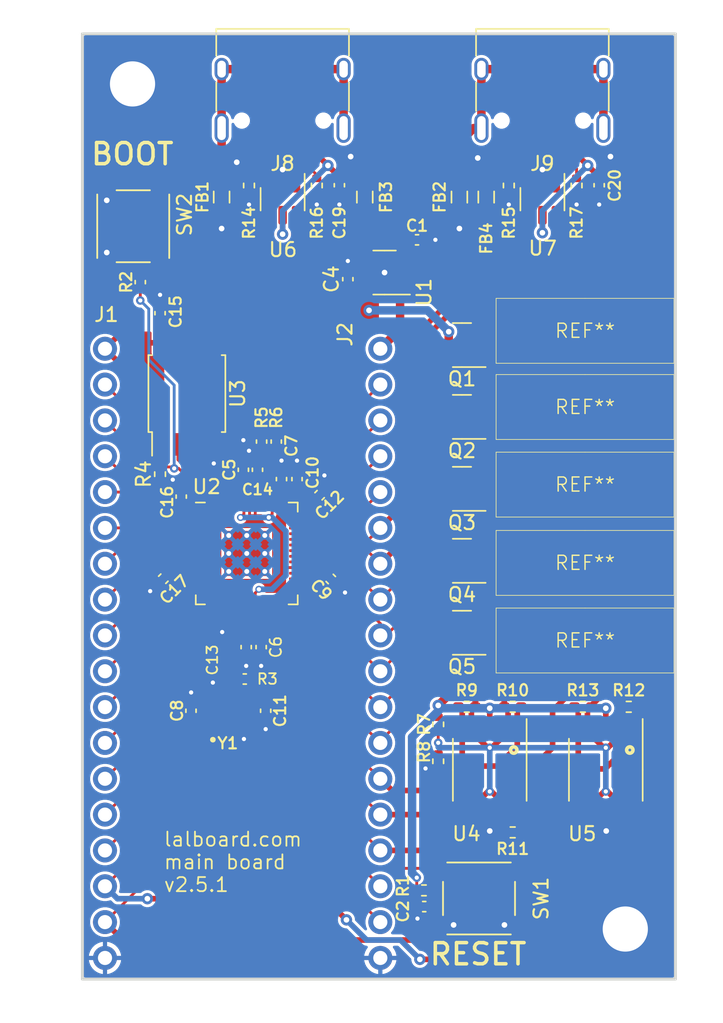
<source format=kicad_pcb>
(kicad_pcb (version 20241229) (generator "pcbnew") (generator_version "9.0")
  (layers (0 "F.Cu" signal) (2 "B.Cu" signal) (13 "F.Paste" user) (15 "B.Paste" user) (5 "F.SilkS" user "F.Silkscreen") (7 "B.SilkS" user "B.Silkscreen") (1 "F.Mask" user) (3 "B.Mask" user) (25 "Edge.Cuts" user))
  (net 0 "")
  (net 1 "GND")
  (net 2 "/RUN")
  (net 3 "Net-(R2-Pad1)")
  (net 4 "+5V")
  (net 5 "Net-(U6-VBUS)")
  (net 6 "+3.3V")
  (net 7 "/COL5")
  (net 8 "/COL4")
  (net 9 "/COL3")
  (net 10 "/COL2")
  (net 11 "/COL1")
  (net 12 "+1V1")
  (net 13 "Net-(U7-VBUS)")
  (net 14 "Net-(J8-SHIELD)")
  (net 15 "Net-(J9-SHIELD)")
  (net 16 "/GPIO0")
  (net 17 "/GPIO1")
  (net 18 "/GPIO2")
  (net 19 "/GPIO3")
  (net 20 "/GPIO4")
  (net 21 "/GPIO5")
  (net 22 "/GPIO6")
  (net 23 "/GPIO7")
  (net 24 "/GPIO8")
  (net 25 "/GPIO9")
  (net 26 "/GPIO10")
  (net 27 "/GPIO11")
  (net 28 "/GPIO12")
  (net 29 "/GPIO13")
  (net 30 "/GPIO29_ADC3")
  (net 31 "/GPIO28_ADC2")
  (net 32 "/GPIO27_ADC1")
  (net 33 "/GPIO26_ADC0")
  (net 34 "/SWD")
  (net 35 "/SWCLK")
  (net 36 "Net-(J3-Pin_7)")
  (net 37 "Net-(J4-Pin_7)")
  (net 38 "Net-(J5-Pin_7)")
  (net 39 "/D+")
  (net 40 "/D-")
  (net 41 "Net-(J6-Pin_7)")
  (net 42 "Net-(J7-Pin_7)")
  (net 43 "Net-(J8-CC1)")
  (net 45 "/U1TX")
  (net 46 "/U1RX")
  (net 47 "Net-(J8-CC2)")
  (net 49 "/RD-")
  (net 50 "/RD+")
  (net 51 "/U1RX_raw")
  (net 52 "/U1TX_raw")
  (net 53 "Net-(J9-CC1)")
  (net 55 "Net-(J9-CC2)")
  (net 57 "/QSPI_SS")
  (net 58 "/XOUT")
  (net 59 "/ROW5")
  (net 60 "/ROW4")
  (net 61 "/ROW3")
  (net 62 "/ROW2")
  (net 63 "/ROW1")
  (net 64 "/AMP_REF")
  (net 65 "/COL1_AMP")
  (net 66 "/COL2_AMP")
  (net 67 "/COL3_AMP")
  (net 68 "/COL4_AMP")
  (net 69 "/COL5_AMP")
  (net 70 "Net-(C11-Pad1)")
  (net 71 "Net-(U2-USB_DP)")
  (net 72 "Net-(U2-USB_DM)")
  (net 74 "/QSPI_SD1")
  (net 75 "/QSPI_SD2")
  (net 76 "/QSPI_SD0")
  (net 77 "/QSPI_SCLK")
  (net 78 "/QSPI_SD3")
  (net 79 "/XIN")
  (net 80 "Net-(U5C--)")
  (net 81 "Net-(U5D--)")
  (net 82 "Net-(U4C--)")
  (footprint "Capacitor_SMD:C_0402_1005Metric" (layer "F.Cu") (at 173.7 47.6)
    (property "Reference" "C1")
    (property "Value" "10u")
  )
  (footprint "Package_TO_SOT_SMD:SOT-23-5" (layer "F.Cu") (at 171.4 49.92 180)
    (property "Reference" "U1")
    (property "Value" "XC6220B331MR")
  )
  (footprint "Package_TO_SOT_SMD:SOT-23-6" (layer "F.Cu") (at 182.58 44.72 -90)
    (property "Reference" "U7")
    (property "Value" "USBLC6-2SC6")
  )
  (footprint "Connector_USB:USB_C_Receptacle_HRO_TYPE-C-31-M-12" (layer "F.Cu") (at 182.58 36.55 180)
    (property "Reference" "J9")
    (property "Value" "TYPE-C-31-M-12")
  )
  (footprint "Inductor_SMD:L_0805_2012Metric" (layer "F.Cu") (at 178.6 44.57 90)
    (property "Reference" "FB4")
    (property "Value" "CBG201209U500T")
  )
  (footprint "lalboard:SW_TS-1187A-B-A-B" (layer "F.Cu") (at 178.09 94.285)
    (property "Reference" "SW1")
    (property "Value" "Reset")
  )
  (footprint "Package_TO_SOT_SMD:SOT-23-6" (layer "F.Cu") (at 164.18 44.72 -90)
    (property "Reference" "U6")
    (property "Value" "USBLC6-2SC6")
  )
  (footprint "Resistor_SMD:R_0402_1005Metric" (layer "F.Cu") (at 166.6 43.75 -90)
    (property "Reference" "R16")
    (property "Value" "5.1k")
  )
  (footprint "Inductor_SMD:L_0805_2012Metric" (layer "F.Cu") (at 159.86 44.57 -90)
    (property "Reference" "FB1")
    (property "Value" "CBG201209U500T")
  )
  (footprint "Connector_USB:USB_C_Receptacle_HRO_TYPE-C-31-M-12" (layer "F.Cu") (at 164.18 36.55 180)
    (property "Reference" "J8")
    (property "Value" "TYPE-C-31-M-12")
  )
  (footprint "Resistor_SMD:R_0402_1005Metric" (layer "F.Cu") (at 161.8 43.75 -90)
    (property "Reference" "R14")
    (property "Value" "5.1k")
  )
  (footprint "Inductor_SMD:L_0805_2012Metric" (layer "F.Cu") (at 170 44.57 90)
    (property "Reference" "FB3")
    (property "Value" "CBG201209U500T")
  )
  (footprint "Capacitor_SMD:C_0402_1005Metric" (layer "F.Cu") (at 174.21 94.86)
    (property "Reference" "C2")
    (property "Value" "100n")
  )
  (footprint "MountingHole:MountingHole_3.2mm_M3_DIN965_Pad" (layer "F.Cu") (at 188.45 96.45)
    (property "Reference" "H1")
    (property "Value" "MountingHole_Pad")
  )
  (footprint "MountingHole:MountingHole_3.2mm_M3_DIN965_Pad" (layer "F.Cu") (at 153.55 36.549999)
    (property "Reference" "H2")
    (property "Value" "MountingHole_Pad")
  )
  (footprint "Resistor_SMD:R_0402_1005Metric_Pad0.72x0.64mm_HandSolder" (layer "F.Cu") (at 177.225 80.7)
    (property "Reference" "R9")
    (property "Value" "2k")
  )
  (footprint "lalboard:TSSOP-14_4.4x5mm_P0.65mm" (layer "F.Cu") (at 178.85 85.1625 -90)
    (property "Reference" "U4")
    (property "Value" "COS724")
  )
  (footprint "lalboard:TSSOP-14_4.4x5mm_P0.65mm" (layer "F.Cu") (at 187.07 85.1625 -90)
    (property "Reference" "U5")
    (property "Value" "COS724")
  )
  (footprint "Resistor_SMD:R_0402_1005Metric" (layer "F.Cu") (at 175.2 84.56 -90)
    (property "Reference" "R8")
    (property "Value" "390k")
  )
  (footprint "lalboard:SW_TS-1187A-B-A-B" (layer "F.Cu") (at 153.6 46.6375 -90)
    (property "Reference" "SW2")
    (property "Value" "Boot")
  )
  (footprint "Inductor_SMD:L_0805_2012Metric" (layer "F.Cu") (at 176.7 44.57 -90)
    (property "Reference" "FB2")
    (property "Value" "CBG201209U500T")
  )
  (footprint "Capacitor_SMD:C_0402_1005Metric" (layer "F.Cu") (at 168.8 50.39 90)
    (property "Reference" "C4")
    (property "Value" "4.7u")
  )
  (footprint "Capacitor_SMD:C_0402_1005Metric" (layer "F.Cu") (at 168.2 43.73 -90)
    (property "Reference" "C19")
    (property "Value" "100n")
  )
  (footprint "Resistor_SMD:R_0402_1005Metric" (layer "F.Cu") (at 180.2 43.75 -90)
    (property "Reference" "R15")
    (property "Value" "5.1k")
  )
  (footprint "Resistor_SMD:R_0402_1005Metric" (layer "F.Cu") (at 185 43.75 -90)
    (property "Reference" "R17")
    (property "Value" "5.1k")
  )
  (footprint "Capacitor_SMD:C_0402_1005Metric" (layer "F.Cu") (at 186.6 43.73 -90)
    (property "Reference" "C20")
    (property "Value" "100n")
  )
  (footprint "Resistor_SMD:R_0402_1005Metric" (layer "F.Cu") (at 175.2 81.9425 -90)
    (property "Reference" "R7")
    (property "Value" "100k")
  )
  (footprint "Resistor_SMD:R_0402_1005Metric_Pad0.72x0.64mm_HandSolder" (layer "F.Cu") (at 188.695 80.7 180)
    (property "Reference" "R12")
    (property "Value" "2k")
  )
  (footprint "Resistor_SMD:R_0402_1005Metric_Pad0.72x0.64mm_HandSolder" (layer "F.Cu") (at 180.475 89.6 180)
    (property "Reference" "R11")
    (property "Value" "2k")
  )
  (footprint "Resistor_SMD:R_0402_1005Metric_Pad0.72x0.64mm_HandSolder" (layer "F.Cu") (at 185.445 80.7)
    (property "Reference" "R13")
    (property "Value" "2k")
  )
  (footprint "Resistor_SMD:R_0402_1005Metric_Pad0.72x0.64mm_HandSolder" (layer "F.Cu") (at 180.475 80.7 180)
    (property "Reference" "R10")
    (property "Value" "2k")
  )
  (footprint "Capacitor_SMD:C_0402_1005Metric" (layer "F.Cu") (at 163.73 61.9 -90)
    (property "Reference" "R6")
    (property "Value" "27")
  )
  (footprint "Capacitor_SMD:C_0402_1005Metric" (layer "F.Cu") (at 154.1 50.6 -90)
    (property "Reference" "R2")
    (property "Value" "1k")
  )
  (footprint "Capacitor_SMD:C_0402_1005Metric" (layer "F.Cu") (at 161.4 63.9 90)
    (property "Reference" "C5")
    (property "Value" "100n")
  )
  (footprint "Resistor_SMD:R_0402_1005Metric" (layer "F.Cu") (at 155.5 64.21 90)
    (property "Reference" "R4")
    (property "Value" "10k")
  )
  (footprint "Capacitor_SMD:C_0402_1005Metric" (layer "F.Cu") (at 164.1 64.56 90)
    (property "Reference" "C7")
    (property "Value" "1u")
  )
  (footprint "Capacitor_SMD:C_0402_1005Metric" (layer "F.Cu") (at 162.4 63.9 90)
    (property "Reference" "C14")
    (property "Value" "100n")
  )
  (footprint "Connector_PinHeader_2.54mm:PinHeader_1x18_P2.54mm_Vertical" (layer "F.Cu") (at 151.6 55.32)
    (property "Reference" "J1")
    (property "Value" "Conn_01x18")
  )
  (footprint "Capacitor_SMD:C_0402_1005Metric" (layer "F.Cu") (at 155.73 71.62 -135)
    (property "Reference" "C17")
    (property "Value" "100n")
  )
  (footprint "Capacitor_SMD:C_0402_1005Metric" (layer "F.Cu") (at 166.8 65.7 45)
    (property "Reference" "C12")
    (property "Value" "100n")
  )
  (footprint "user:AMP Connectors  TE Connectivity-1734248-7" (layer "F.Cu") (at 185.6 59.45)
    (property "Reference" "REF**")
    (property "Value" "AMP Connectors  TE Connectivity-1734248-7")
  )
  (footprint "user:AMP Connectors  TE Connectivity-1734248-7" (layer "F.Cu") (at 185.6 54.05)
    (property "Reference" "REF**")
    (property "Value" "AMP Connectors  TE Connectivity-1734248-7")
  )
  (footprint "Package_SO:SOIC-8_5.23x5.23mm_P1.27mm" (layer "F.Cu") (at 157.4 58.5 90)
    (property "Reference" "U3")
    (property "Value" "W25Q128JVS")
  )
  (footprint "Capacitor_SMD:C_0402_1005Metric" (layer "F.Cu") (at 162.98 80.98 -90)
    (property "Reference" "C11")
    (property "Value" "30pF")
  )
  (footprint "Resistor_SMD:R_0402_1005Metric" (layer "F.Cu") (at 174.19 93.71)
    (property "Reference" "R1")
    (property "Value" "1.5k")
  )
  (footprint "Package_TO_SOT_SMD:SOT-23" (layer "F.Cu") (at 176.8825 60.15 180)
    (property "Reference" "Q2")
    (property "Value" "DMG2301L-7")
  )
  (footprint "user:AMP Connectors  TE Connectivity-1734248-7" (layer "F.Cu") (at 185.6 76)
    (property "Reference" "REF**")
    (property "Value" "AMP Connectors  TE Connectivity-1734248-7")
  )
  (footprint "Capacitor_SMD:C_0402_1005Metric" (layer "F.Cu") (at 162.69 61.9 -90)
    (property "Reference" "R5")
    (property "Value" "27")
  )
  (footprint "Package_TO_SOT_SMD:SOT-23" (layer "F.Cu") (at 176.8825 65.25 180)
    (property "Reference" "Q3")
    (property "Value" "DMG2301L-7")
  )
  (footprint "user:AMP Connectors  TE Connectivity-1734248-7" (layer "F.Cu") (at 185.6 70.5)
    (property "Reference" "REF**")
    (property "Value" "AMP Connectors  TE Connectivity-1734248-7")
  )
  (footprint "Capacitor_SMD:C_0402_1005Metric" (layer "F.Cu") (at 157.69 80.98 90)
    (property "Reference" "C8")
    (property "Value" "30pF")
  )
  (footprint "Connector_PinHeader_2.54mm:PinHeader_1x18_P2.54mm_Vertical" (layer "F.Cu") (at 171.1 55.32)
    (property "Reference" "J2")
    (property "Value" "Conn_01x18")
  )
  (footprint "Capacitor_SMD:C_0402_1005Metric" (layer "F.Cu") (at 155.5 52.8 90)
    (property "Reference" "C15")
    (property "Value" "100n")
  )
  (footprint "Package_TO_SOT_SMD:SOT-23" (layer "F.Cu") (at 176.8825 70.35 180)
    (property "Reference" "Q4")
    (property "Value" "DMG2301L-7")
  )
  (footprint "Capacitor_SMD:C_0402_1005Metric" (layer "F.Cu") (at 167.59 71.64 -45)
    (property "Reference" "C9")
    (property "Value" "100n")
  )
  (footprint "Capacitor_SMD:C_0402_1005Metric" (layer "F.Cu") (at 161.5 78.73)
    (property "Reference" "R3")
    (property "Value" "1k")
  )
  (footprint "Package_TO_SOT_SMD:SOT-23" (layer "F.Cu") (at 176.8825 75.45 180)
    (property "Reference" "Q5")
    (property "Value" "DMG2301L-7")
  )
  (footprint "Capacitor_SMD:C_0402_1005Metric" (layer "F.Cu") (at 162.66 76.467939 -90)
    (property "Reference" "C6")
    (property "Value" "100n")
  )
  (footprint "Capacitor_SMD:C_0402_1005Metric" (layer "F.Cu") (at 161.6 76.467939 -90)
    (property "Reference" "C13")
    (property "Value" "100n")
  )
  (footprint "Capacitor_SMD:C_0402_1005Metric" (layer "F.Cu") (at 157 65.8 90)
    (property "Reference" "C16")
    (property "Value" "100n")
  )
  (footprint "Capacitor_SMD:C_0402_1005Metric" (layer "F.Cu") (at 165.2 64.56 90)
    (property "Reference" "C10")
    (property "Value" "1u")
  )
  (footprint "user:AMP Connectors  TE Connectivity-1734248-7" (layer "F.Cu") (at 185.6 64.95)
    (property "Reference" "REF**")
    (property "Value" "AMP Connectors  TE Connectivity-1734248-7")
  )
  (footprint "lalboard:OSC_X322516MLB4SI" (layer "F.Cu") (at 160.34 80.98 90)
    (property "Reference" "Y1")
    (property "Value" "Crystal_GND24")
  )
  (footprint "Package_TO_SOT_SMD:SOT-23" (layer "F.Cu") (at 176.8825 55.06 180)
    (property "Reference" "Q1")
    (property "Value" "DMG2301L-7")
  )
  (footprint "lalboard:RP2040-QFN-56" (layer "F.Cu") (at 161.64 69.83)
    (property "Reference" "U2")
    (property "Value" "RP2040")
  )
  (gr_line (start 150 32.999999) (end 150 100) (stroke (width 0.2)) (layer "Edge.Cuts"))
  (gr_line (start 150 100) (end 192 100) (stroke (width 0.2)) (layer "Edge.Cuts"))
  (gr_line (start 192 100) (end 192 32.999999) (stroke (width 0.2)) (layer "Edge.Cuts"))
  (gr_line (start 192 32.999999) (end 150 32.999999) (stroke (width 0.2)) (layer "Edge.Cuts"))
  (gr_text "RESET" (at 174.472143 99.11 0) (layer "F.SilkS") (effects (font (size 1.5 1.5) (thickness 0.25) (bold yes)) (justify left bottom)))
  (gr_text "BOOT" (at 150.482143 42.4 0) (layer "F.SilkS") (effects (font (size 1.5 1.5) (thickness 0.25) (bold yes)) (justify left bottom)))
  (gr_text "lalboard.com\nmain board\nv2.5.1" (at 155.7 91.7 0) (layer "F.SilkS") (effects (font (size 1 1) (thickness 0.125)) (justify left)))
  (segment (start 187.4 41.7) (end 187.4 41.7) (width 0.4) (layer "F.Cu") (net 1))
  (segment (start 169 41.7) (end 169 41.7) (width 0.4) (layer "F.Cu") (net 1))
  (segment (start 164.2 43.6) (end 164.18 43.62) (width 0.25) (layer "F.Cu") (net 1))
  (segment (start 161.81 81.46) (end 161.44 81.83) (width 0.2) (layer "F.Cu") (net 1))
  (segment (start 188.6 77.45) (end 188.6 52.6) (width 0.4) (layer "F.Cu") (net 1))
  (segment (start 162.4 63.15) (end 161.8 62.55) (width 0.2) (layer "F.Cu") (net 1))
  (segment (start 187.07 89.47) (end 187.1 89.5) (width 0.2) (layer "F.Cu") (net 1))
  (segment (start 159.9 75.037032) (end 159.9 75.4) (width 0.2) (layer "F.Cu") (net 1))
  (segment (start 168.535 41.7) (end 169 41.7) (width 0.4) (layer "F.Cu") (net 1))
  (segment (start 168.2 44.21) (end 168.2 45.1) (width 0.2) (layer "F.Cu") (net 1))
  (segment (start 155.5 52.32) (end 155.5 51.5) (width 0.2) (layer "F.Cu") (net 1))
  (segment (start 185.83 40.595) (end 186.935 41.7) (width 0.4) (layer "F.Cu") (net 1))
  (segment (start 158.84 79.73) (end 159.24 80.13) (width 0.2) (layer "F.Cu") (net 1))
  (segment (start 162.98 81.46) (end 162.98 82.282061) (width 0.2) (layer "F.Cu") (net 1))
  (segment (start 186.6 44.21) (end 186.6 45.1) (width 0.2) (layer "F.Cu") (net 1))
  (segment (start 161.4 61.8) (end 161.4 62.2) (width 0.2) (layer "F.Cu") (net 1))
  (segment (start 165.2 64.08) (end 165.2 63.25) (width 0.2) (layer "F.Cu") (net 1))
  (segment (start 167.43 40.595) (end 168.535 41.7) (width 0.4) (layer "F.Cu") (net 1))
  (segment (start 159.86 45.6325) (end 159.86 46.8) (width 0.4) (layer "F.Cu") (net 1))
  (segment (start 168.8 49.91) (end 168.8 49.1) (width 0.2) (layer "F.Cu") (net 1))
  (segment (start 179.89 96.16) (end 181.09 96.16) (width 0.4) (layer "F.Cu") (net 1))
  (segment (start 185.83 40.595) (end 185.83 40.83) (width 0.4) (layer "F.Cu") (net 1))
  (segment (start 182.6 43.6) (end 182.58 43.62) (width 0.25) (layer "F.Cu") (net 1))
  (segment (start 164.18 43.62) (end 164.18 42.62) (width 0.25) (layer "F.Cu") (net 1))
  (segment (start 164.1 64.08) (end 164.1 63.25) (width 0.2) (layer "F.Cu") (net 1))
  (segment (start 185 44.26) (end 185 45.1) (width 0.2) (layer "F.Cu") (net 1))
  (segment (start 173.73 94.86) (end 173.73 95.71) (width 0.2) (layer "F.Cu") (net 1))
  (segment (start 179.205 40.595) (end 178 41.8) (width 0.4) (layer "F.Cu") (net 1))
  (segment (start 188.6 47.1) (end 186.6 45.1) (width 0.4) (layer "F.Cu") (net 1))
  (segment (start 180.2 44.26) (end 180.2 45.1) (width 0.2) (layer "F.Cu") (net 1))
  (segment (start 187.07 88.025) (end 187.07 89.47) (width 0.4) (layer "F.Cu") (net 1))
  (segment (start 182.58 43.62) (end 182.58 42.62) (width 0.25) (layer "F.Cu") (net 1))
  (segment (start 157.7 80.49) (end 157.69 80.5) (width 0.2) (layer "F.Cu") (net 1))
  (segment (start 157 65.32) (end 157 65.2) (width 0.2) (layer "F.Cu") (net 1))
  (segment (start 159.305 62.1) (end 159.305 63.45) (width 0.2) (layer "F.Cu") (net 1))
  (segment (start 161.6 76.947939) (end 161.6 77.8) (width 0.2) (layer "F.Cu") (net 1))
  (segment (start 161.19 62.69) (end 161.4 62.9) (width 0.2) (layer "F.Cu") (net 1))
  (segment (start 161.4 62.2) (end 161.19 62.41) (width 0.2) (layer "F.Cu") (net 1))
  (segment (start 159.24 80.13) (end 159.24 78.982061) (width 0.2) (layer "F.Cu") (net 1))
  (segment (start 167.139411 64.3) (end 167.139411 65.360589) (width 0.2) (layer "F.Cu") (net 1))
  (segment (start 174.18 47.6) (end 175 47.6) (width 0.2) (layer "F.Cu") (net 1))
  (segment (start 179.33 40.595) (end 179.205 40.595) (width 0.4) (layer "F.Cu") (net 1))
  (segment (start 157.69 80.5) (end 157.69 79.692061) (width 0.2) (layer "F.Cu") (net 1))
  (segment (start 160.64 73.2675) (end 160.64 74.297032) (width 0.2) (layer "F.Cu") (net 1))
  (segment (start 161.8 44.26) (end 161.8 45.1) (width 0.2) (layer "F.Cu") (net 1))
  (segment (start 171.4 49.92) (end 172.5 49.92) (width 0.56) (layer "F.Cu") (net 1))
  (segment (start 151.725 49.6375) (end 151.725 48.5) (width 0.4) (layer "F.Cu") (net 1))
  (segment (start 162.66 76.947939) (end 162.66 77.8) (width 0.2) (layer "F.Cu") (net 1))
  (segment (start 157.69 79.692061) (end 157.7 79.682061) (width 0.2) (layer "F.Cu") (net 1))
  (segment (start 157 65.2) (end 156.4 64.6) (width 0.2) (layer "F.Cu") (net 1))
  (segment (start 167.929411 71.979411) (end 167.979411 71.979411) (width 0.2) (layer "F.Cu") (net 1))
  (segment (start 161.44 81.83) (end 161.44 82.982061) (width 0.2) (layer "F.Cu") (net 1))
  (segment (start 160.64 74.297032) (end 159.9 75.037032) (width 0.2) (layer "F.Cu") (net 1))
  (segment (start 176.7 45.6325) (end 176.7 46.8) (width 0.4) (layer "F.Cu") (net 1))
  (segment (start 158.87 80.5) (end 159.24 80.13) (width 0.2) (layer "F.Cu") (net 1))
  (segment (start 178.85 88.025) (end 178.85 89.5) (width 0.4) (layer "F.Cu") (net 1))
  (segment (start 188.6 52.6) (end 188.6 47.1) (width 0.4) (layer "F.Cu") (net 1))
  (segment (start 162.4 63.42) (end 162.4 63.15) (width 0.2) (layer "F.Cu") (net 1))
  (segment (start 161.19 62.41) (end 161.19 62.69) (width 0.2) (layer "F.Cu") (net 1))
  (segment (start 161.4 62.9) (end 161.4 63.42) (width 0.2) (layer "F.Cu") (net 1))
  (segment (start 155.340589 71.959411) (end 154.8 72.5) (width 0.2) (layer "F.Cu") (net 1))
  (segment (start 176.29 96.16) (end 175.09 96.16) (width 0.4) (layer "F.Cu") (net 1))
  (segment (start 175.2 85.07) (end 174.3 85.07) (width 0.2) (layer "F.Cu") (net 1))
  (segment (start 186.935 41.7) (end 187.4 41.7) (width 0.4) (layer "F.Cu") (net 1))
  (segment (start 160.93 40.595) (end 160.93 42.1) (width 0.4) (layer "F.Cu") (net 1))
  (segment (start 155.390589 71.959411) (end 155.340589 71.959411) (width 0.2) (layer "F.Cu") (net 1))
  (segment (start 167.979411 71.979411) (end 168.6 72.6) (width 0.2) (layer "F.Cu") (net 1))
  (segment (start 166.6 44.26) (end 166.6 45.1) (width 0.2) (layer "F.Cu") (net 1))
  (segment (start 151.725 43.6375) (end 151.725 44.8) (width 0.4) (layer "F.Cu") (net 1))
  (via (at 167.139411 64.3) (size 0.6) (drill 0.3) (layers "F.Cu" "B.Cu") (net 1))
  (via (at 178 41.8) (size 0.8) (drill 0.4) (layers "F.Cu" "B.Cu") (net 1))
  (via (at 159.24 78.982061) (size 0.6) (drill 0.3) (layers "F.Cu" "B.Cu") (net 1))
  (via (at 168.8 49.1) (size 0.6) (drill 0.3) (layers "F.Cu" "B.Cu") (net 1))
  (via (at 180.2 45.1) (size 0.6) (drill 0.3) (layers "F.Cu" "B.Cu") (net 1))
  (via (at 164.18 42.62) (size 0.8) (drill 0.4) (layers "F.Cu" "B.Cu") (net 1))
  (via (at 160.93 42.1) (size 0.8) (drill 0.4) (layers "F.Cu" "B.Cu") (net 1))
  (via (at 178.85 89.5) (size 0.8) (drill 0.4) (layers "F.Cu" "B.Cu") (net 1))
  (via (at 157.7 79.682061) (size 0.6) (drill 0.3) (layers "F.Cu" "B.Cu") (net 1))
  (via (at 175 47.6) (size 0.6) (drill 0.3) (layers "F.Cu" "B.Cu") (net 1))
  (via (at 151.725 44.8) (size 0.8) (drill 0.4) (layers "F.Cu" "B.Cu") (net 1))
  (via (at 186.6 45.1) (size 0.6) (drill 0.3) (layers "F.Cu" "B.Cu") (net 1))
  (via (at 165.2 63.25) (size 0.6) (drill 0.3) (layers "F.Cu" "B.Cu") (net 1))
  (via (at 162.66 77.8) (size 0.6) (drill 0.3) (layers "F.Cu" "B.Cu") (net 1))
  (via (at 176.7 46.8) (size 0.8) (drill 0.4) (layers "F.Cu" "B.Cu") (net 1))
  (via (at 161.6 77.8) (size 0.6) (drill 0.3) (layers "F.Cu" "B.Cu") (net 1))
  (via (at 187.1 89.5) (size 0.8) (drill 0.4) (layers "F.Cu" "B.Cu") (net 1))
  (via (at 182.58 42.62) (size 0.8) (drill 0.4) (layers "F.Cu" "B.Cu") (net 1))
  (via (at 159.305 63.45) (size 0.6) (drill 0.3) (layers "F.Cu" "B.Cu") (net 1))
  (via (at 161.4 61.8) (size 0.6) (drill 0.3) (layers "F.Cu" "B.Cu") (net 1))
  (via (at 176.29 96.16) (size 0.8) (drill 0.4) (layers "F.Cu" "B.Cu") (net 1))
  (via (at 161.8 62.55) (size 0.6) (drill 0.3) (layers "F.Cu" "B.Cu") (net 1))
  (via (at 171.4 49.92) (size 0.8) (drill 0.4) (layers "F.Cu" "B.Cu") (net 1))
  (via (at 166.6 45.1) (size 0.6) (drill 0.3) (layers "F.Cu" "B.Cu") (net 1))
  (via (at 156.4 64.6) (size 0.6) (drill 0.3) (layers "F.Cu" "B.Cu") (net 1))
  (via (at 161.8 45.1) (size 0.6) (drill 0.3) (layers "F.Cu" "B.Cu") (net 1))
  (via (at 164.1 63.25) (size 0.6) (drill 0.3) (layers "F.Cu" "B.Cu") (net 1))
  (via (at 174.3 85.07) (size 0.6) (drill 0.3) (layers "F.Cu" "B.Cu") (net 1))
  (via (at 187.4 41.7) (size 0.8) (drill 0.4) (layers "F.Cu" "B.Cu") (net 1))
  (via (at 151.725 48.5) (size 0.8) (drill 0.4) (layers "F.Cu" "B.Cu") (net 1))
  (via (at 154.8 72.5) (size 0.6) (drill 0.3) (layers "F.Cu" "B.Cu") (net 1))
  (via (at 179.89 96.16) (size 0.8) (drill 0.4) (layers "F.Cu" "B.Cu") (net 1))
  (via (at 159.9 75.4) (size 0.6) (drill 0.3) (layers "F.Cu" "B.Cu") (net 1))
  (via (at 169 41.7) (size 0.8) (drill 0.4) (layers "F.Cu" "B.Cu") (net 1))
  (via (at 161.44 82.982061) (size 0.6) (drill 0.3) (layers "F.Cu" "B.Cu") (net 1))
  (via (at 155.5 51.5) (size 0.6) (drill 0.3) (layers "F.Cu" "B.Cu") (net 1))
  (via (at 185 45.1) (size 0.6) (drill 0.3) (layers "F.Cu" "B.Cu") (net 1))
  (via (at 162.98 82.282061) (size 0.6) (drill 0.3) (layers "F.Cu" "B.Cu") (net 1))
  (via (at 168.2 45.1) (size 0.6) (drill 0.3) (layers "F.Cu" "B.Cu") (net 1))
  (via (at 159.86 46.8) (size 0.8) (drill 0.4) (layers "F.Cu" "B.Cu") (net 1))
  (via (at 173.73 95.71) (size 0.6) (drill 0.3) (layers "F.Cu" "B.Cu") (net 1))
  (via (at 168.6 72.6) (size 0.6) (drill 0.3) (layers "F.Cu" "B.Cu") (net 1))
  (segment (start 175.09 92.41) (end 175.09 92.81) (width 0.4) (layer "F.Cu") (net 2))
  (segment (start 175.09 92.81) (end 174.7 93.2) (width 0.4) (layer "F.Cu") (net 2))
  (segment (start 170.620646 92.149999) (end 174.829999 92.149999) (width 0.2) (layer "F.Cu") (net 2))
  (segment (start 174.829999 92.149999) (end 175.09 92.41) (width 0.2) (layer "F.Cu") (net 2))
  (segment (start 166.6 77.165686) (end 166.6 88.129353) (width 0.2) (layer "F.Cu") (net 2))
  (segment (start 166.6 88.129353) (end 170.620646 92.149999) (width 0.2) (layer "F.Cu") (net 2))
  (segment (start 163.44 73.2675) (end 163.44 74.005686) (width 0.2) (layer "F.Cu") (net 2))
  (segment (start 174.7 93.71) (end 174.7 94.85) (width 0.2) (layer "F.Cu") (net 2))
  (segment (start 163.44 74.005686) (end 166.6 77.165686) (width 0.2) (layer "F.Cu") (net 2))
  (segment (start 175.09 92.41) (end 181.09 92.41) (width 0.4) (layer "F.Cu") (net 2))
  (segment (start 174.7 93.2) (end 174.7 93.71) (width 0.4) (layer "F.Cu") (net 2))
  (segment (start 174.7 94.85) (end 174.69 94.86) (width 0.2) (layer "F.Cu") (net 2))
  (segment (start 155.475 49.6375) (end 154.5825 49.6375) (width 0.2) (layer "F.Cu") (net 3))
  (segment (start 155.475 49.6375) (end 155.475 43.6375) (width 0.4) (layer "F.Cu") (net 3))
  (segment (start 154.5825 49.6375) (end 154.1 50.12) (width 0.2) (layer "F.Cu") (net 3))
  (segment (start 173.2 48.97) (end 173.9 49.67) (width 0.6) (layer "F.Cu") (net 4))
  (segment (start 173.2 50.87) (end 173.9 50.17) (width 0.6) (layer "F.Cu") (net 4))
  (segment (start 178.6 47.12) (end 175.8 49.92) (width 0.6) (layer "F.Cu") (net 4))
  (segment (start 172.5 50.87) (end 172.5 53.92) (width 0.6) (layer "F.Cu") (net 4))
  (segment (start 172.5375 50.87) (end 173.2 50.87) (width 0.6) (layer "F.Cu") (net 4))
  (segment (start 171.9325 45.6325) (end 172.5 46.2) (width 0.6) (layer "F.Cu") (net 4))
  (segment (start 178.6 45.6325) (end 178.6 47.12) (width 0.6) (layer "F.Cu") (net 4))
  (segment (start 172.5 53.92) (end 171.1 55.32) (width 0.6) (layer "F.Cu") (net 4))
  (segment (start 173.9 49.67) (end 173.9 49.92) (width 0.6) (layer "F.Cu") (net 4))
  (segment (start 172.5375 48.97) (end 173.2 48.97) (width 0.6) (layer "F.Cu") (net 4))
  (segment (start 175.8 49.92) (end 173.9 49.92) (width 0.6) (layer "F.Cu") (net 4))
  (segment (start 172.5 46.2) (end 172.5 47.6) (width 0.6) (layer "F.Cu") (net 4))
  (segment (start 173.9 50.17) (end 173.9 49.92) (width 0.6) (layer "F.Cu") (net 4))
  (segment (start 172.5 48.97) (end 172.5 47.6) (width 0.6) (layer "F.Cu") (net 4))
  (segment (start 170 45.6325) (end 171.9325 45.6325) (width 0.6) (layer "F.Cu") (net 4))
  (segment (start 173.22 47.6) (end 172.5 47.6) (width 0.4) (layer "F.Cu") (net 4))
  (segment (start 167.39 42.33) (end 167.46 42.33) (width 0.4) (layer "F.Cu") (net 5))
  (segment (start 166.63 40.595) (end 166.63 41.57) (width 0.4) (layer "F.Cu") (net 5))
  (segment (start 167.39 42.33) (end 168.5675 43.5075) (width 0.4) (layer "F.Cu") (net 5))
  (segment (start 165.823984 39) (end 166.63 39.806016) (width 0.4) (layer "F.Cu") (net 5))
  (segment (start 168.5675 43.5075) (end 170 43.5075) (width 0.4) (layer "F.Cu") (net 5))
  (segment (start 166.63 41.57) (end 167.39 42.33) (width 0.4) (layer "F.Cu") (net 5))
  (segment (start 161.73 40.595) (end 161.73 39.806016) (width 0.4) (layer "F.Cu") (net 5))
  (segment (start 166.63 39.806016) (end 166.63 40.595) (width 0.4) (layer "F.Cu") (net 5))
  (segment (start 164.18 45.8575) (end 164.18 47.2) (width 0.4) (layer "F.Cu") (net 5))
  (segment (start 161.73 39.806016) (end 162.536016 39) (width 0.4) (layer "F.Cu") (net 5))
  (segment (start 162.536016 39) (end 165.823984 39) (width 0.4) (layer "F.Cu") (net 5))
  (via (at 167.39 42.33) (size 0.8) (drill 0.4) (layers "F.Cu" "B.Cu") (net 5))
  (via (at 164.18 47.2) (size 0.8) (drill 0.4) (layers "F.Cu" "B.Cu") (net 5))
  (segment (start 167.39 42.33) (end 164.18 45.54) (width 0.4) (layer "B.Cu") (net 5))
  (segment (start 164.18 45.54) (end 164.18 47.2) (width 0.4) (layer "B.Cu") (net 5))
  (segment (start 178.85 82.3) (end 178.85 80.8) (width 0.4) (layer "F.Cu") (net 6))
  (segment (start 162.4 64.9) (end 162.25 65.05) (width 0.2) (layer "F.Cu") (net 6))
  (segment (start 178.4 67) (end 175.945 69.455) (width 0.6) (layer "F.Cu") (net 6))
  (segment (start 175.2 81.4325) (end 175.2 80.6) (width 0.2) (layer "F.Cu") (net 6))
  (segment (start 178.52674 55.06) (end 179.2 55.73326) (width 0.6) (layer "F.Cu") (net 6))
  (segment (start 163.84 66.3925) (end 163.84 67.23) (width 0.2) (layer "F.Cu") (net 6))
  (segment (start 165.015 66.465) (end 164.285 67.195) (width 0.4) (layer "F.Cu") (net 6))
  (segment (start 162.24 65.06) (end 162.25 65.05) (width 0.2) (layer "F.Cu") (net 6))
  (segment (start 156.52 70.83) (end 156.069411 71.280589) (width 0.2) (layer "F.Cu") (net 6))
  (segment (start 161.84 72.43) (end 161.84 73.2675) (width 0.2) (layer "F.Cu") (net 6))
  (segment (start 175.945 70.35) (end 178.52674 70.35) (width 0.6) (layer "F.Cu") (net 6))
  (segment (start 162.25 65.05) (end 161.84 65.46) (width 0.2) (layer "F.Cu") (net 6))
  (segment (start 178.4 72.1) (end 175.945 74.555) (width 0.6) (layer "F.Cu") (net 6))
  (segment (start 156.9 66.3) (end 155.5 64.9) (width 0.4) (layer "F.Cu") (net 6))
  (segment (start 161.6 75.348529) (end 161.6 75.987939) (width 0.2) (layer "F.Cu") (net 6))
  (segment (start 179.0575 66.61924) (end 178.67674 67) (width 0.6) (layer "F.Cu") (net 6))
  (segment (start 179.2 56.28674) (end 178.547476 56.939264) (width 0.6) (layer "F.Cu") (net 6))
  (segment (start 159.039999 67.23) (end 158.93 67.23) (width 0.2) (layer "F.Cu") (net 6))
  (segment (start 164.24 70.83) (end 165.0775 70.83) (width 0.2) (layer "F.Cu") (net 6))
  (segment (start 155.495 54.9) (end 155.495 53.285) (width 0.2) (layer "F.Cu") (net 6))
  (segment (start 165.0775 70.83) (end 166.78 70.83) (width 0.2) (layer "F.Cu") (net 6))
  (segment (start 161.84 66.3925) (end 161.84 67.23) (width 0.2) (layer "F.Cu") (net 6))
  (segment (start 175.945 60.15) (end 178.52674 60.15) (width 0.6) (layer "F.Cu") (net 6))
  (segment (start 178.67674 61.9) (end 178.4 61.9) (width 0.6) (layer "F.Cu") (net 6))
  (segment (start 159.11 67.38) (end 158.12 66.76) (width 0.39) (layer "F.Cu") (net 6))
  (segment (start 175.945 75.45) (end 178.52674 75.45) (width 0.6) (layer "F.Cu") (net 6))
  (segment (start 166.460589 66.039411) (end 166 65.578822) (width 0.4) (layer "F.Cu") (net 6))
  (segment (start 177.4 78.7) (end 177.1 78.7) (width 0.6) (layer "F.Cu") (net 6))
  (segment (start 175.945 59.255) (end 175.945 60.15) (width 0.6) (layer "F.Cu") (net 6))
  (segment (start 178.52674 75.45) (end 179.0575 75.98076) (width 0.6) (layer "F.Cu") (net 6))
  (segment (start 158.202499 70.83) (end 159.039999 70.83) (width 0.2) (layer "F.Cu") (net 6))
  (segment (start 155.5 64.58) (end 155.28 64.58) (width 0.4) (layer "F.Cu") (net 6))
  (segment (start 155.5 64.9) (end 155.5 64.58) (width 0.4) (layer "F.Cu") (net 6))
  (segment (start 173.68 93.71) (end 173.68 92.81) (width 0.2) (layer "F.Cu") (net 6))
  (segment (start 175.945 55.06) (end 178.52674 55.06) (width 0.6) (layer "F.Cu") (net 6))
  (segment (start 155.28 64.58) (end 154.8 64.1) (width 0.4) (layer "F.Cu") (net 6))
  (segment (start 178.67674 72.1) (end 178.4 72.1) (width 0.6) (layer "F.Cu") (net 6))
  (segment (start 178.547476 56.939264) (end 178.260736 56.939264) (width 0.6) (layer "F.Cu") (net 6))
  (segment (start 175.945 74.555) (end 175.945 75.45) (width 0.6) (layer "F.Cu") (net 6))
  (segment (start 179.0575 77.0425) (end 177.4 78.7) (width 0.6) (layer "F.Cu") (net 6))
  (segment (start 179.0575 65.78076) (end 179.0575 66.61924) (width 0.6) (layer "F.Cu") (net 6))
  (segment (start 161.84 65.46) (end 161.84 66.3925) (width 0.2) (layer "F.Cu") (net 6))
  (segment (start 177.1 78.7) (end 175.2 80.6) (width 0.6) (layer "F.Cu") (net 6))
  (segment (start 178.67674 67) (end 178.4 67) (width 0.6) (layer "F.Cu") (net 6))
  (segment (start 158.202499 67.23) (end 159.039999 67.23) (width 0.2) (layer "F.Cu") (net 6))
  (segment (start 179.0575 61.51924) (end 178.67674 61.9) (width 0.6) (layer "F.Cu") (net 6))
  (segment (start 187.07 82.3) (end 187.07 80.8) (width 0.4) (layer "F.Cu") (net 6))
  (segment (start 175.945 64.355) (end 175.945 65.25) (width 0.6) (layer "F.Cu") (net 6))
  (segment (start 162.24 66.3925) (end 162.24 65.06) (width 0.2) (layer "F.Cu") (net 6))
  (segment (start 158.12 67.135) (end 158.2025 67.135) (width 0.39) (layer "F.Cu") (net 6))
  (segment (start 179.0575 70.88076) (end 179.0575 71.71924) (width 0.6) (layer "F.Cu") (net 6))
  (segment (start 158.2025 70.83) (end 156.52 70.83) (width 0.2) (layer "F.Cu") (net 6))
  (segment (start 164.24 66.3925) (end 164.24 67.23) (width 0.2) (layer "F.Cu") (net 6))
  (segment (start 164.24 67.23) (end 165.0775 67.23) (width 0.2) (layer "F.Cu") (net 6))
  (segment (start 162.24 66.3925) (end 162.24 67.23) (width 0.2) (layer "F.Cu") (net 6))
  (segment (start 178.52674 60.15) (end 179.0575 60.68076) (width 0.6) (layer "F.Cu") (net 6))
  (segment (start 162.4 64.38) (end 162.4 64.9) (width 0.2) (layer "F.Cu") (net 6))
  (segment (start 179.0575 75.98076) (end 179.0575 77.0425) (width 0.6) (layer "F.Cu") (net 6))
  (segment (start 158.12 66.76) (end 158.12 67.135) (width 0.39) (layer "F.Cu") (net 6))
  (segment (start 179.0575 71.71924) (end 178.67674 72.1) (width 0.6) (layer "F.Cu") (net 6))
  (segment (start 161.84 75.108529) (end 161.6 75.348529) (width 0.2) (layer "F.Cu") (net 6))
  (segment (start 179.0575 60.68076) (end 179.0575 61.51924) (width 0.6) (layer "F.Cu") (net 6))
  (segment (start 178.4 61.9) (end 175.945 64.355) (width 0.6) (layer "F.Cu") (net 6))
  (segment (start 179.2 55.73326) (end 179.2 56.28674) (width 0.6) (layer "F.Cu") (net 6))
  (segment (start 175.945 54.11) (end 175.945 55.06) (width 0.6) (layer "F.Cu") (net 6))
  (segment (start 155.495 53.285) (end 155.5 53.28) (width 0.2) (layer "F.Cu") (net 6))
  (segment (start 175.945 65.25) (end 178.52674 65.25) (width 0.6) (layer "F.Cu") (net 6))
  (segment (start 175.945 69.455) (end 175.945 70.35) (width 0.6) (layer "F.Cu") (net 6))
  (segment (start 166.78 70.83) (end 167.250589 71.300589) (width 0.2) (layer "F.Cu") (net 6))
  (segment (start 161.84 73.2675) (end 161.84 75.108529) (width 0.2) (layer "F.Cu") (net 6))
  (segment (start 178.52674 65.25) (end 179.0575 65.78076) (width 0.6) (layer "F.Cu") (net 6))
  (segment (start 178.260736 56.939264) (end 175.945 59.255) (width 0.6) (layer "F.Cu") (net 6))
  (segment (start 178.52674 70.35) (end 179.0575 70.88076) (width 0.6) (layer "F.Cu") (net 6))
  (via (at 178.85 80.8) (size 0.8) (drill 0.4) (layers "F.Cu" "B.Cu") (net 6))
  (via (at 187.07 80.8) (size 0.8) (drill 0.4) (layers "F.Cu" "B.Cu") (net 6))
  (via (at 175.945 54.11) (size 0.8) (drill 0.4) (layers "F.Cu" "B.Cu") (net 6))
  (via (at 170.3 52.6) (size 0.8) (drill 0.4) (layers "F.Cu" "B.Cu") (net 6))
  (via (at 173.68 92.81) (size 0.6) (drill 0.3) (layers "F.Cu" "B.Cu") (net 6))
  (via (at 175.2 80.6) (size 0.8) (drill 0.4) (layers "F.Cu" "B.Cu") (net 6))
  (segment (start 175.4 80.8) (end 173.35 82.85) (width 0.6) (layer "B.Cu") (net 6))
  (segment (start 173.35 82.85) (end 173.35 92.48) (width 0.6) (layer "B.Cu") (net 6))
  (segment (start 174.445 52.6) (end 175.945 54.1) (width 0.6) (layer "B.Cu") (net 6))
  (segment (start 170.3 52.6) (end 174.445 52.6) (width 0.6) (layer "B.Cu") (net 6))
  (segment (start 173.35 92.48) (end 173.68 92.81) (width 0.6) (layer "B.Cu") (net 6))
  (segment (start 178.85 80.8) (end 187.07 80.8) (width 0.6) (layer "B.Cu") (net 6))
  (segment (start 178.85 80.8) (end 175.4 80.8) (width 0.6) (layer "B.Cu") (net 6))
  (segment (start 187.6 52.6) (end 187.6 77.45) (width 0.4) (layer "F.Cu") (net 7))
  (segment (start 188.37 82.3) (end 188.37 80.885) (width 0.4) (layer "F.Cu") (net 7))
  (segment (start 187.871 77.721) (end 187.871 80.4735) (width 0.4) (layer "F.Cu") (net 7))
  (segment (start 187.871 80.4735) (end 188.0975 80.7) (width 0.4) (layer "F.Cu") (net 7))
  (segment (start 188.37 80.885) (end 188.185 80.7) (width 0.4) (layer "F.Cu") (net 7))
  (segment (start 187.6 77.45) (end 187.871 77.721) (width 0.4) (layer "F.Cu") (net 7))
  (segment (start 185.77 80.885) (end 185.955 80.7) (width 0.4) (layer "F.Cu") (net 8))
  (segment (start 186.6 80.055) (end 186.0425 80.6125) (width 0.4) (layer "F.Cu") (net 8))
  (segment (start 186.6 77.45) (end 186.6 80.055) (width 0.4) (layer "F.Cu") (net 8))
  (segment (start 186.6 52.6) (end 186.6 77.45) (width 0.4) (layer "F.Cu") (net 8))
  (segment (start 186.0425 80.6125) (end 186.0425 80.7) (width 0.4) (layer "F.Cu") (net 8))
  (segment (start 185.77 82.3) (end 185.77 80.885) (width 0.4) (layer "F.Cu") (net 8))
  (segment (start 185.6 52.6) (end 185.6 77.45) (width 0.4) (layer "F.Cu") (net 9))
  (segment (start 180.15 89.415) (end 179.965 89.6) (width 0.4) (layer "F.Cu") (net 9))
  (segment (start 180.15 88.025) (end 180.15 86.75) (width 0.4) (layer "F.Cu") (net 9))
  (segment (start 180.15 88.025) (end 180.15 89.415) (width 0.4) (layer "F.Cu") (net 9))
  (segment (start 185.6 77.45) (end 185.6 78.677499) (width 0.4) (layer "F.Cu") (net 9))
  (segment (start 185.6 78.677499) (end 183.3 80.977499) (width 0.4) (layer "F.Cu") (net 9))
  (segment (start 180.15 86.75) (end 183.3 83.6) (width 0.4) (layer "F.Cu") (net 9))
  (segment (start 183.3 80.977499) (end 183.3 83.6) (width 0.4) (layer "F.Cu") (net 9))
  (segment (start 180.15 80.885) (end 179.965 80.7) (width 0.4) (layer "F.Cu") (net 10))
  (segment (start 179.8775 80.2225) (end 179.8775 80.7) (width 0.4) (layer "F.Cu") (net 10))
  (segment (start 180.499 79.601) (end 179.8775 80.2225) (width 0.4) (layer "F.Cu") (net 10))
  (segment (start 183.676499 79.601) (end 180.499 79.601) (width 0.4) (layer "F.Cu") (net 10))
  (segment (start 184.6 77.45) (end 184.6 52.6) (width 0.4) (layer "F.Cu") (net 10))
  (segment (start 180.15 82.3) (end 180.15 80.885) (width 0.4) (layer "F.Cu") (net 10))
  (segment (start 184.6 78.677499) (end 183.676499 79.601) (width 0.4) (layer "F.Cu") (net 10))
  (segment (start 184.6 77.45) (end 184.6 78.677499) (width 0.4) (layer "F.Cu") (net 10))
  (segment (start 183.6 66.4) (end 183.6 69.05) (width 0.4) (layer "F.Cu") (net 11))
  (segment (start 177.8225 80.2775) (end 177.8225 80.7) (width 0.4) (layer "F.Cu") (net 11))
  (segment (start 183.6 58) (end 183.6 60.9) (width 0.4) (layer "F.Cu") (net 11))
  (segment (start 177.55 80.885) (end 177.735 80.7) (width 0.4) (layer "F.Cu") (net 11))
  (segment (start 183.6 63.5) (end 183.6 66.4) (width 0.4) (layer "F.Cu") (net 11))
  (segment (start 179.1 79) (end 177.8225 80.2775) (width 0.4) (layer "F.Cu") (net 11))
  (segment (start 183.6 69.05) (end 183.6 71.95) (width 0.4) (layer "F.Cu") (net 11))
  (segment (start 183.6 77.45) (end 183.6 78.5) (width 0.4) (layer "F.Cu") (net 11))
  (segment (start 183.6 52.6) (end 183.6 55.5) (width 0.4) (layer "F.Cu") (net 11))
  (segment (start 183.6 78.5) (end 183.1 79) (width 0.4) (layer "F.Cu") (net 11))
  (segment (start 177.55 82.3) (end 177.55 80.885) (width 0.4) (layer "F.Cu") (net 11))
  (segment (start 183.6 55.5) (end 183.6 58) (width 0.4) (layer "F.Cu") (net 11))
  (segment (start 183.6 71.95) (end 183.6 74.55) (width 0.4) (layer "F.Cu") (net 11))
  (segment (start 183.1 79) (end 179.1 79) (width 0.4) (layer "F.Cu") (net 11))
  (segment (start 183.6 60.9) (end 183.6 63.5) (width 0.4) (layer "F.Cu") (net 11))
  (segment (start 183.6 74.55) (end 183.6 77.45) (width 0.4) (layer "F.Cu") (net 11))
  (segment (start 162.24 73.2675) (end 162.24 72.63) (width 0.2) (layer "F.Cu") (net 12))
  (segment (start 161.44 66.3925) (end 161.44 64.42) (width 0.2) (layer "F.Cu") (net 12))
  (segment (start 162.24 74.697033) (end 162.66 75.117033) (width 0.2) (layer "F.Cu") (net 12))
  (segment (start 163.44 65.58) (end 163.98 65.04) (width 0.2) (layer "F.Cu") (net 12))
  (segment (start 163.44 67.04) (end 163.2 67.28) (width 0.2) (layer "F.Cu") (net 12))
  (segment (start 163.98 65.04) (end 164.1 65.04) (width 0.2) (layer "F.Cu") (net 12))
  (segment (start 161.44 64.42) (end 161.4 64.38) (width 0.2) (layer "F.Cu") (net 12))
  (segment (start 163.44 66.3925) (end 163.44 67.04) (width 0.2) (layer "F.Cu") (net 12))
  (segment (start 162.24 73.2675) (end 162.24 74.697033) (width 0.2) (layer "F.Cu") (net 12))
  (segment (start 162.24 72.63) (end 162.5 72.37) (width 0.2) (layer "F.Cu") (net 12))
  (segment (start 162.66 75.117033) (end 162.66 75.987939) (width 0.2) (layer "F.Cu") (net 12))
  (segment (start 161.44 66.3925) (end 161.44 67.04) (width 0.2) (layer "F.Cu") (net 12))
  (segment (start 161.44 67.04) (end 161.2 67.28) (width 0.2) (layer "F.Cu") (net 12))
  (segment (start 163.44 66.3925) (end 163.44 65.58) (width 0.2) (layer "F.Cu") (net 12))
  (via (at 163.2 67.28) (size 0.5) (drill 0.3) (layers "F.Cu" "B.Cu") (net 12))
  (via (at 161.2 67.28) (size 0.5) (drill 0.3) (layers "F.Cu" "B.Cu") (net 12))
  (via (at 162.5 72.37) (size 0.5) (drill 0.3) (layers "F.Cu" "B.Cu") (net 12))
  (segment (start 163.44 67.28) (end 164.41 68.25) (width 0.4) (layer "B.Cu") (net 12))
  (segment (start 163.2 67.28) (end 161.2 67.28) (width 0.4) (layer "B.Cu") (net 12))
  (segment (start 163.43 72.37) (end 162.5 72.37) (width 0.4) (layer "B.Cu") (net 12))
  (segment (start 163.2 67.28) (end 163.44 67.28) (width 0.4) (layer "B.Cu") (net 12))
  (segment (start 164.41 71.39) (end 163.43 72.37) (width 0.4) (layer "B.Cu") (net 12))
  (segment (start 164.41 68.25) (end 164.41 71.39) (width 0.4) (layer "B.Cu") (net 12))
  (segment (start 185.03 41.57) (end 185.79 42.33) (width 0.4) (layer "F.Cu") (net 13))
  (segment (start 186.6 43.25) (end 186.6 43.14) (width 0.4) (layer "F.Cu") (net 13))
  (segment (start 185.03 39.854314) (end 185.03 40.595) (width 0.4) (layer "F.Cu") (net 13))
  (segment (start 180.13 39.854314) (end 180.964315 39.019999) (width 0.4) (layer "F.Cu") (net 13))
  (segment (start 180.13 41.385686) (end 178.6 42.915686) (width 0.4) (layer "F.Cu") (net 13))
  (segment (start 184.195685 39.019999) (end 185.03 39.854314) (width 0.4) (layer "F.Cu") (net 13))
  (segment (start 180.13 40.595) (end 180.13 41.385686) (width 0.4) (layer "F.Cu") (net 13))
  (segment (start 178.6 42.915686) (end 178.6 43.5075) (width 0.4) (layer "F.Cu") (net 13))
  (segment (start 180.964315 39.019999) (end 184.195685 39.019999) (width 0.4) (layer "F.Cu") (net 13))
  (segment (start 185.03 40.595) (end 185.03 41.57) (width 0.4) (layer "F.Cu") (net 13))
  (segment (start 182.58 45.8575) (end 182.58 47.1) (width 0.4) (layer "F.Cu") (net 13))
  (segment (start 180.13 40.595) (end 180.13 39.854314) (width 0.4) (layer "F.Cu") (net 13))
  (segment (start 186.6 43.14) (end 185.79 42.33) (width 0.4) (layer "F.Cu") (net 13))
  (via (at 185.79 42.33) (size 0.8) (drill 0.4) (layers "F.Cu" "B.Cu") (net 13))
  (via (at 182.58 47.1) (size 0.8) (drill 0.4) (layers "F.Cu" "B.Cu") (net 13))
  (segment (start 182.58 45.54) (end 182.58 47.1) (width 0.4) (layer "B.Cu") (net 13))
  (segment (start 185.79 42.33) (end 182.58 45.54) (width 0.4) (layer "B.Cu") (net 13))
  (segment (start 168.5 35.5) (end 159.86 35.5) (width 0.6) (layer "F.Cu") (net 14))
  (segment (start 159.86 35.5) (end 159.86 39.68) (width 0.6) (layer "F.Cu") (net 14))
  (segment (start 168.5 35.5) (end 168.5 39.68) (width 0.6) (layer "F.Cu") (net 14))
  (segment (start 159.86 39.68) (end 159.86 43.5075) (width 0.6) (layer "F.Cu") (net 14))
  (segment (start 186.9 35.5) (end 186.9 39.68) (width 0.6) (layer "F.Cu") (net 15))
  (segment (start 178.26 35.5) (end 178.26 39.68) (width 0.6) (layer "F.Cu") (net 15))
  (segment (start 177.72 39.68) (end 176.7 40.7) (width 0.6) (layer "F.Cu") (net 15))
  (segment (start 178.26 39.68) (end 177.72 39.68) (width 0.6) (layer "F.Cu") (net 15))
  (segment (start 186.9 35.5) (end 178.26 35.5) (width 0.6) (layer "F.Cu") (net 15))
  (segment (start 176.7 40.7) (end 176.7 43.5075) (width 0.6) (layer "F.Cu") (net 15))
  (segment (start 154.89 65.098628) (end 154.2 64.408628) (width 0.2) (layer "F.Cu") (net 16))
  (segment (start 158.2025 67.63) (end 157.417746 67.63) (width 0.2) (layer "F.Cu") (net 16))
  (segment (start 157.417746 67.63) (end 154.89 65.102254) (width 0.2) (layer "F.Cu") (net 16))
  (segment (start 154.2 64.408628) (end 154.2 60.46) (width 0.2) (layer "F.Cu") (net 16))
  (segment (start 154.2 60.46) (end 151.6 57.86) (width 0.2) (layer "F.Cu") (net 16))
  (segment (start 154.89 65.102254) (end 154.89 65.098628) (width 0.2) (layer "F.Cu") (net 16))
  (segment (start 158.2025 68.03) (end 157.25206 68.03) (width 0.2) (layer "F.Cu") (net 17))
  (segment (start 157.25206 68.03) (end 154.49 65.26794) (width 0.2) (layer "F.Cu") (net 17))
  (segment (start 153.6 64.374314) (end 153.6 62.4) (width 0.2) (layer "F.Cu") (net 17))
  (segment (start 154.49 65.264314) (end 153.6 64.374314) (width 0.2) (layer "F.Cu") (net 17))
  (segment (start 154.49 65.26794) (end 154.49 65.264314) (width 0.2) (layer "F.Cu") (net 17))
  (segment (start 153.6 62.4) (end 151.6 60.4) (width 0.2) (layer "F.Cu") (net 17))
  (segment (start 157.086374 68.43) (end 154.09 65.433624) (width 0.2) (layer "F.Cu") (net 18))
  (segment (start 154.09 65.433624) (end 154.09 65.43) (width 0.2) (layer "F.Cu") (net 18))
  (segment (start 154.09 65.43) (end 151.6 62.94) (width 0.2) (layer "F.Cu") (net 18))
  (segment (start 158.2025 68.43) (end 157.086374 68.43) (width 0.2) (layer "F.Cu") (net 18))
  (segment (start 153.57069 65.48) (end 151.6 65.48) (width 0.2) (layer "F.Cu") (net 19))
  (segment (start 158.2025 68.83) (end 156.920688 68.83) (width 0.2) (layer "F.Cu") (net 19))
  (segment (start 156.920688 68.83) (end 153.57069 65.48) (width 0.2) (layer "F.Cu") (net 19))
  (segment (start 158.2025 69.23) (end 156.755002 69.23) (width 0.2) (layer "F.Cu") (net 20))
  (segment (start 155.545004 68.02) (end 151.6 68.02) (width 0.2) (layer "F.Cu") (net 20))
  (segment (start 156.755002 69.23) (end 155.545004 68.02) (width 0.2) (layer "F.Cu") (net 20))
  (segment (start 158.2025 69.63) (end 152.53 69.63) (width 0.2) (layer "F.Cu") (net 21))
  (segment (start 152.53 69.63) (end 151.6 70.56) (width 0.2) (layer "F.Cu") (net 21))
  (segment (start 158.2025 70.03) (end 154.67 70.03) (width 0.2) (layer "F.Cu") (net 22))
  (segment (start 154.67 70.03) (end 151.6 73.1) (width 0.2) (layer "F.Cu") (net 22))
  (segment (start 153.6 73.64) (end 151.6 75.64) (width 0.2) (layer "F.Cu") (net 23))
  (segment (start 153.6 72.8) (end 153.6 73.64) (width 0.2) (layer "F.Cu") (net 23))
  (segment (start 158.2025 70.43) (end 155.97 70.43) (width 0.2) (layer "F.Cu") (net 23))
  (segment (start 155.97 70.43) (end 153.6 72.8) (width 0.2) (layer "F.Cu") (net 23))
  (segment (start 158.2025 71.23) (end 157.082254 71.23) (width 0.2) (layer "F.Cu") (net 24))
  (segment (start 152.8 76.98) (end 151.6 78.18) (width 0.2) (layer "F.Cu") (net 24))
  (segment (start 157.082254 71.23) (end 152.8 75.512254) (width 0.2) (layer "F.Cu") (net 24))
  (segment (start 152.8 75.512254) (end 152.8 76.98) (width 0.2) (layer "F.Cu") (net 24))
  (segment (start 153.2 79.12) (end 151.6 80.72) (width 0.2) (layer "F.Cu") (net 25))
  (segment (start 157.24794 71.63) (end 153.2 75.67794) (width 0.2) (layer "F.Cu") (net 25))
  (segment (start 153.2 75.67794) (end 153.2 79.12) (width 0.2) (layer "F.Cu") (net 25))
  (segment (start 158.2025 71.63) (end 157.24794 71.63) (width 0.2) (layer "F.Cu") (net 25))
  (segment (start 153.6 81.26) (end 151.6 83.26) (width 0.2) (layer "F.Cu") (net 26))
  (segment (start 157.413626 72.03) (end 153.6 75.843626) (width 0.2) (layer "F.Cu") (net 26))
  (segment (start 158.2025 72.03) (end 157.413626 72.03) (width 0.2) (layer "F.Cu") (net 26))
  (segment (start 153.6 75.843626) (end 153.6 81.26) (width 0.2) (layer "F.Cu") (net 26))
  (segment (start 158.2025 72.43) (end 157.579312 72.43) (width 0.2) (layer "F.Cu") (net 27))
  (segment (start 157.579312 72.43) (end 154 76.009312) (width 0.2) (layer "F.Cu") (net 27))
  (segment (start 154 83.4) (end 151.6 85.8) (width 0.2) (layer "F.Cu") (net 27))
  (segment (start 154 76.009312) (end 154 83.4) (width 0.2) (layer "F.Cu") (net 27))
  (segment (start 154.4 77.9075) (end 154.4 85.54) (width 0.2) (layer "F.Cu") (net 28))
  (segment (start 154.4 85.54) (end 151.6 88.34) (width 0.2) (layer "F.Cu") (net 28))
  (segment (start 159.04 73.2675) (end 154.4 77.9075) (width 0.2) (layer "F.Cu") (net 28))
  (segment (start 154.8 87.68) (end 151.6 90.88) (width 0.2) (layer "F.Cu") (net 29))
  (segment (start 154.8 78.439975) (end 154.8 87.68) (width 0.2) (layer "F.Cu") (net 29))
  (segment (start 159.44 73.799975) (end 154.8 78.439975) (width 0.2) (layer "F.Cu") (net 29))
  (segment (start 159.44 73.2675) (end 159.44 73.799975) (width 0.2) (layer "F.Cu") (net 29))
  (segment (start 171.1 57.86) (end 168.083873 60.876127) (width 0.2) (layer "F.Cu") (net 30))
  (segment (start 168.083873 65.416127) (end 165.87 67.63) (width 0.2) (layer "F.Cu") (net 30))
  (segment (start 165.87 67.63) (end 165.0775 67.63) (width 0.2) (layer "F.Cu") (net 30))
  (segment (start 168.083873 60.876127) (end 168.083873 65.416127) (width 0.2) (layer "F.Cu") (net 30))
  (segment (start 168.483873 63.016127) (end 171.1 60.4) (width 0.2) (layer "F.Cu") (net 31))
  (segment (start 168.483873 65.581813) (end 168.483873 63.016127) (width 0.2) (layer "F.Cu") (net 31))
  (segment (start 165.0775 68.03) (end 166.035686 68.03) (width 0.2) (layer "F.Cu") (net 31))
  (segment (start 166.035686 68.03) (end 168.483873 65.581813) (width 0.2) (layer "F.Cu") (net 31))
  (segment (start 168.883873 65.747499) (end 168.883873 65.156127) (width 0.2) (layer "F.Cu") (net 32))
  (segment (start 166.201372 68.43) (end 168.883873 65.747499) (width 0.2) (layer "F.Cu") (net 32))
  (segment (start 168.883873 65.156127) (end 171.1 62.94) (width 0.2) (layer "F.Cu") (net 32))
  (segment (start 165.0775 68.43) (end 166.201372 68.43) (width 0.2) (layer "F.Cu") (net 32))
  (segment (start 165.0775 68.83) (end 167.75 68.83) (width 0.2) (layer "F.Cu") (net 33))
  (segment (start 167.75 68.83) (end 171.1 65.48) (width 0.2) (layer "F.Cu") (net 33))
  (segment (start 163.04 74.171372) (end 166.2 77.331372) (width 0.2) (layer "F.Cu") (net 34))
  (segment (start 163.04 73.2675) (end 163.04 74.171372) (width 0.2) (layer "F.Cu") (net 34))
  (segment (start 166.2 88.52) (end 171.1 93.42) (width 0.2) (layer "F.Cu") (net 34))
  (segment (start 166.2 77.331372) (end 166.2 88.52) (width 0.2) (layer "F.Cu") (net 34))
  (segment (start 162.64 74.337058) (end 165.8 77.497058) (width 0.2) (layer "F.Cu") (net 35))
  (segment (start 165.8 90.66) (end 171.1 95.96) (width 0.2) (layer "F.Cu") (net 35))
  (segment (start 165.8 77.497058) (end 165.8 90.66) (width 0.2) (layer "F.Cu") (net 35))
  (segment (start 162.64 73.2675) (end 162.64 74.337058) (width 0.2) (layer "F.Cu") (net 35))
  (segment (start 177.82 54.11) (end 180.89 54.11) (width 0.6) (layer "F.Cu") (net 36))
  (segment (start 180.89 54.11) (end 181.09 54.11) (width 0.4) (layer "F.Cu") (net 36))
  (segment (start 182.6 52.6) (end 182.6 55.5) (width 0.4) (layer "F.Cu") (net 36))
  (segment (start 180.89 54.11) (end 181.21 54.11) (width 0.4) (layer "F.Cu") (net 36))
  (segment (start 180.89 54.11) (end 180.9 54.1) (width 0.4) (layer "F.Cu") (net 36))
  (segment (start 181.09 54.11) (end 182.6 52.6) (width 0.4) (layer "F.Cu") (net 36))
  (segment (start 181.21 54.11) (end 182.6 55.5) (width 0.4) (layer "F.Cu") (net 36))
  (segment (start 177.82 59.2) (end 180.9 59.2) (width 0.6) (layer "F.Cu") (net 37))
  (segment (start 180.9 59.2) (end 182.6 60.9) (width 0.6) (layer "F.Cu") (net 37))
  (segment (start 182.6 60.9) (end 182.6 58) (width 0.6) (layer "F.Cu") (net 37))
  (segment (start 181.4 59.2) (end 180.9 59.2) (width 0.6) (layer "F.Cu") (net 37))
  (segment (start 182.6 58) (end 181.4 59.2) (width 0.6) (layer "F.Cu") (net 37))
  (segment (start 182.6 63.5) (end 182.6 66.4) (width 0.6) (layer "F.Cu") (net 38))
  (segment (start 177.82 64.3) (end 180.9 64.3) (width 0.6) (layer "F.Cu") (net 38))
  (segment (start 180.9 64.3) (end 181.7 63.5) (width 0.6) (layer "F.Cu") (net 38))
  (segment (start 181.7 63.5) (end 182.6 63.5) (width 0.6) (layer "F.Cu") (net 38))
  (segment (start 182.6 66.4) (end 182.6 66) (width 0.6) (layer "F.Cu") (net 38))
  (segment (start 182.6 66) (end 180.9 64.3) (width 0.6) (layer "F.Cu") (net 38))
  (segment (start 162.755 60.889999) (end 162.69 60.954999) (width 0.76) (layer "F.Cu") (net 39))
  (segment (start 163.725 52.431532) (end 162.755 53.401532) (width 0.76) (layer "F.Cu") (net 39))
  (segment (start 162.69 60.954999) (end 162.69 61.42) (width 0.76) (layer "F.Cu") (net 39))
  (segment (start 163.725 48.13093) (end 163.725 52.431532) (width 0.76) (layer "F.Cu") (net 39))
  (segment (start 162.755 53.401532) (end 162.755 60.889999) (width 0.76) (layer "F.Cu") (net 39))
  (segment (start 163.2 46.79407) (end 163.2 47.60593) (width 0.76) (layer "F.Cu") (net 39))
  (segment (start 163.23 46.76407) (end 163.2 46.79407) (width 0.76) (layer "F.Cu") (net 39))
  (segment (start 163.2 47.60593) (end 163.725 48.13093) (width 0.76) (layer "F.Cu") (net 39))
  (segment (start 163.23 45.8575) (end 163.23 46.76407) (width 0.76) (layer "F.Cu") (net 39))
  (segment (start 165.13 45.8575) (end 165.13 46.76407) (width 0.76) (layer "F.Cu") (net 40))
  (segment (start 165.16 47.60593) (end 164.635 48.13093) (width 0.76) (layer "F.Cu") (net 40))
  (segment (start 163.73 60.954999) (end 163.73 61.42) (width 0.76) (layer "F.Cu") (net 40))
  (segment (start 163.665 60.889999) (end 163.73 60.954999) (width 0.76) (layer "F.Cu") (net 40))
  (segment (start 163.665 53.778468) (end 163.665 60.889999) (width 0.76) (layer "F.Cu") (net 40))
  (segment (start 164.635 52.808468) (end 163.665 53.778468) (width 0.76) (layer "F.Cu") (net 40))
  (segment (start 164.635 48.13093) (end 164.635 52.808468) (width 0.76) (layer "F.Cu") (net 40))
  (segment (start 165.13 46.76407) (end 165.16 46.79407) (width 0.76) (layer "F.Cu") (net 40))
  (segment (start 165.16 46.79407) (end 165.16 47.60593) (width 0.76) (layer "F.Cu") (net 40))
  (segment (start 180.9 69.4) (end 180.9 70.25) (width 0.6) (layer "F.Cu") (net 41))
  (segment (start 180.9 70.25) (end 182.6 71.95) (width 0.6) (layer "F.Cu") (net 41))
  (segment (start 182.6 71.95) (end 182.6 69.05) (width 0.6) (layer "F.Cu") (net 41))
  (segment (start 182.1 69.05) (end 180.9 70.25) (width 0.6) (layer "F.Cu") (net 41))
  (segment (start 182.6 69.05) (end 182.1 69.05) (width 0.6) (layer "F.Cu") (net 41))
  (segment (start 177.82 69.4) (end 180.9 69.4) (width 0.6) (layer "F.Cu") (net 41))
  (segment (start 177.82 74.5) (end 180.9 74.5) (width 0.6) (layer "F.Cu") (net 42))
  (segment (start 180.9 74.5) (end 180.95 74.55) (width 0.6) (layer "F.Cu") (net 42))
  (segment (start 180.95 74.55) (end 182.6 74.55) (width 0.6) (layer "F.Cu") (net 42))
  (segment (start 182.6 77.45) (end 182.6 76.2) (width 0.6) (layer "F.Cu") (net 42))
  (segment (start 182.6 74.55) (end 182.6 77.45) (width 0.6) (layer "F.Cu") (net 42))
  (segment (start 182.6 76.2) (end 180.9 74.5) (width 0.6) (layer "F.Cu") (net 42))
  (segment (start 165.43 41.83) (end 166.6 43) (width 0.2) (layer "F.Cu") (net 43))
  (segment (start 165.43 40.595) (end 165.43 41.83) (width 0.2) (layer "F.Cu") (net 43))
  (segment (start 166.6 43) (end 166.6 43.24) (width 0.2) (layer "F.Cu") (net 43))
  (segment (start 183.53 47.281371) (end 182.911371 47.9) (width 0.4) (layer "F.Cu") (net 45))
  (segment (start 172.95 68.71) (end 171.1 70.56) (width 0.4) (layer "F.Cu") (net 45))
  (segment (start 180.928528 47.9) (end 172.95 55.878528) (width 0.4) (layer "F.Cu") (net 45))
  (segment (start 182.911371 47.9) (end 180.928528 47.9) (width 0.4) (layer "F.Cu") (net 45))
  (segment (start 183.53 45.8575) (end 183.53 47.281371) (width 0.4) (layer "F.Cu") (net 45))
  (segment (start 170.17 69.63) (end 171.1 70.56) (width 0.2) (layer "F.Cu") (net 45))
  (segment (start 172.95 55.878528) (end 172.95 68.71) (width 0.4) (layer "F.Cu") (net 45))
  (segment (start 165.0775 69.63) (end 170.17 69.63) (width 0.2) (layer "F.Cu") (net 45))
  (segment (start 172.35 66.77) (end 171.1 68.02) (width 0.4) (layer "F.Cu") (net 46))
  (segment (start 172.35 55.63) (end 172.35 66.77) (width 0.4) (layer "F.Cu") (net 46))
  (segment (start 181.63 46.35) (end 172.35 55.63) (width 0.4) (layer "F.Cu") (net 46))
  (segment (start 169.89 69.23) (end 171.1 68.02) (width 0.2) (layer "F.Cu") (net 46))
  (segment (start 165.0775 69.23) (end 169.89 69.23) (width 0.2) (layer "F.Cu") (net 46))
  (segment (start 181.63 45.82) (end 181.63 46.35) (width 0.4) (layer "F.Cu") (net 46))
  (segment (start 161.8 42.2) (end 161.8 43.24) (width 0.2) (layer "F.Cu") (net 47))
  (segment (start 162.43 40.595) (end 162.43 41.57) (width 0.2) (layer "F.Cu") (net 47))
  (segment (start 162.43 41.57) (end 161.8 42.2) (width 0.2) (layer "F.Cu") (net 47))
  (segment (start 164.93 40.595) (end 164.93 42.03) (width 0.25) (layer "F.Cu") (net 49))
  (segment (start 165.13 42.23) (end 165.13 43.62) (width 0.25) (layer "F.Cu") (net 49))
  (segment (start 164.93 42.03) (end 165.13 42.23) (width 0.25) (layer "F.Cu") (net 49))
  (segment (start 164.840001 39.544999) (end 164.93 39.634998) (width 0.25) (layer "F.Cu") (net 49))
  (segment (start 163.93 39.634998) (end 164.019999 39.544999) (width 0.25) (layer "F.Cu") (net 49))
  (segment (start 164.019999 39.544999) (end 164.840001 39.544999) (width 0.25) (layer "F.Cu") (net 49))
  (segment (start 163.93 40.595) (end 163.93 39.634998) (width 0.25) (layer "F.Cu") (net 49))
  (segment (start 164.93 39.634998) (end 164.93 40.595) (width 0.25) (layer "F.Cu") (net 49))
  (segment (start 164.295002 41.69) (end 163.43 41.69) (width 0.25) (layer "F.Cu") (net 50))
  (segment (start 163.43 42.37) (end 163.23 42.57) (width 0.25) (layer "F.Cu") (net 50))
  (segment (start 164.43 40.595) (end 164.43 41.555002) (width 0.25) (layer "F.Cu") (net 50))
  (segment (start 163.43 41.69) (end 163.43 42.37) (width 0.25) (layer "F.Cu") (net 50))
  (segment (start 163.23 42.57) (end 163.23 43.62) (width 0.25) (layer "F.Cu") (net 50))
  (segment (start 164.43 41.555002) (end 164.295002 41.69) (width 0.25) (layer "F.Cu") (net 50))
  (segment (start 163.43 40.595) (end 163.43 41.69) (width 0.25) (layer "F.Cu") (net 50))
  (segment (start 181.83 40.595) (end 181.83 41.69) (width 0.25) (layer "F.Cu") (net 51))
  (segment (start 182.83 41.555002) (end 182.695002 41.69) (width 0.25) (layer "F.Cu") (net 51))
  (segment (start 182.83 40.595) (end 182.83 41.555002) (width 0.25) (layer "F.Cu") (net 51))
  (segment (start 181.83 42.37) (end 181.63 42.57) (width 0.25) (layer "F.Cu") (net 51))
  (segment (start 181.83 41.69) (end 181.83 42.37) (width 0.25) (layer "F.Cu") (net 51))
  (segment (start 181.63 42.57) (end 181.63 43.62) (width 0.25) (layer "F.Cu") (net 51))
  (segment (start 182.695002 41.69) (end 181.83 41.69) (width 0.25) (layer "F.Cu") (net 51))
  (segment (start 182.419999 39.544999) (end 183.240001 39.544999) (width 0.25) (layer "F.Cu") (net 52))
  (segment (start 182.33 39.634998) (end 182.419999 39.544999) (width 0.25) (layer "F.Cu") (net 52))
  (segment (start 183.53 42.23) (end 183.53 43.62) (width 0.25) (layer "F.Cu") (net 52))
  (segment (start 183.33 42.03) (end 183.53 42.23) (width 0.25) (layer "F.Cu") (net 52))
  (segment (start 182.33 40.595) (end 182.33 39.634998) (width 0.25) (layer "F.Cu") (net 52))
  (segment (start 183.33 40.595) (end 183.33 42.03) (width 0.25) (layer "F.Cu") (net 52))
  (segment (start 183.240001 39.544999) (end 183.33 39.634998) (width 0.25) (layer "F.Cu") (net 52))
  (segment (start 183.33 39.634998) (end 183.33 40.595) (width 0.25) (layer "F.Cu") (net 52))
  (segment (start 183.83 40.595) (end 183.83 41.394264) (width 0.2) (layer "F.Cu") (net 53))
  (segment (start 185 42.564264) (end 185 43.24) (width 0.2) (layer "F.Cu") (net 53))
  (segment (start 183.83 41.394264) (end 185 42.564264) (width 0.2) (layer "F.Cu") (net 53))
  (segment (start 180.2 42.5) (end 180.2 43.24) (width 0.2) (layer "F.Cu") (net 55))
  (segment (start 180.83 40.595) (end 180.83 41.87) (width 0.2) (layer "F.Cu") (net 55))
  (segment (start 180.83 41.87) (end 180.2 42.5) (width 0.2) (layer "F.Cu") (net 55))
  (segment (start 156.4 63.7) (end 155.5 63.7) (width 0.2) (layer "F.Cu") (net 57))
  (segment (start 156.814289 63.8) (end 157.8 64.785711) (width 0.2) (layer "F.Cu") (net 57))
  (segment (start 155.495 62.1) (end 155.495 63.695) (width 0.2) (layer "F.Cu") (net 57))
  (segment (start 155.495 63.695) (end 155.5 63.7) (width 0.2) (layer "F.Cu") (net 57))
  (segment (start 159.04 66.3925) (end 159.004754 66.3925) (width 0.2) (layer "F.Cu") (net 57))
  (segment (start 156.5 63.8) (end 156.4 63.7) (width 0.2) (layer "F.Cu") (net 57))
  (segment (start 157.8 64.785711) (end 157.8 65.1525) (width 0.2) (layer "F.Cu") (net 57))
  (segment (start 157.8 65.1525) (end 159.04 66.3925) (width 0.2) (layer "F.Cu") (net 57))
  (segment (start 156.5 63.8) (end 156.814289 63.8) (width 0.2) (layer "F.Cu") (net 57))
  (segment (start 155.5 62.105) (end 155.495 62.1) (width 0.2) (layer "F.Cu") (net 57))
  (segment (start 155.495 63.615) (end 155.5 63.62) (width 0.2) (layer "F.Cu") (net 57))
  (segment (start 154.1 51.9) (end 154.1 51.08) (width 0.2) (layer "F.Cu") (net 57))
  (segment (start 159.04 66.18) (end 159.04 66.3925) (width 0.2) (layer "F.Cu") (net 57))
  (via (at 154.1 51.9) (size 0.6) (drill 0.3) (layers "F.Cu" "B.Cu") (net 57))
  (via (at 156.5 63.8) (size 0.6) (drill 0.3) (layers "F.Cu" "B.Cu") (net 57))
  (segment (start 156.5 63.8) (end 156.5 57.9) (width 0.2) (layer "B.Cu") (net 57))
  (segment (start 154.7 52.5) (end 154.1 51.9) (width 0.2) (layer "B.Cu") (net 57))
  (segment (start 154.7 56.1) (end 156.5 57.9) (width 0.2) (layer "B.Cu") (net 57))
  (segment (start 154.7 56.1) (end 154.7 52.5) (width 0.2) (layer "B.Cu") (net 57))
  (segment (start 160.99 78.7) (end 161.02 78.73) (width 0.2) (layer "F.Cu") (net 58))
  (segment (start 161.44 74.942843) (end 160.99 75.392843) (width 0.2) (layer "F.Cu") (net 58))
  (segment (start 160.99 75.392843) (end 160.99 78.7) (width 0.2) (layer "F.Cu") (net 58))
  (segment (start 161.44 73.2675) (end 161.44 74.942843) (width 0.2) (layer "F.Cu") (net 58))
  (segment (start 172.9 69.467106) (end 172.9 71.3) (width 0.2) (layer "F.Cu") (net 59))
  (segment (start 177.82 56.01) (end 173.45 60.38) (width 0.2) (layer "F.Cu") (net 59))
  (segment (start 168.03 70.03) (end 171.1 73.1) (width 0.2) (layer "F.Cu") (net 59))
  (segment (start 173.45 60.38) (end 173.45 68.917106) (width 0.2) (layer "F.Cu") (net 59))
  (segment (start 165.0775 70.03) (end 168.03 70.03) (width 0.2) (layer "F.Cu") (net 59))
  (segment (start 172.9 71.3) (end 171.382843 72.817157) (width 0.2) (layer "F.Cu") (net 59))
  (segment (start 173.45 68.917106) (end 172.9 69.467106) (width 0.2) (layer "F.Cu") (net 59))
  (segment (start 173.85 69.082792) (end 173.5 69.432792) (width 0.2) (layer "F.Cu") (net 60))
  (segment (start 171.1 74.794656) (end 171.1 75.64) (width 0.2) (layer "F.Cu") (net 60))
  (segment (start 167.33 70.43) (end 169.4 72.5) (width 0.2) (layer "F.Cu") (net 60))
  (segment (start 169.4 72.5) (end 169.4 73.094656) (width 0.2) (layer "F.Cu") (net 60))
  (segment (start 173.85 65.07) (end 173.85 69.082792) (width 0.2) (layer "F.Cu") (net 60))
  (segment (start 177.82 61.1) (end 173.85 65.07) (width 0.2) (layer "F.Cu") (net 60))
  (segment (start 169.4 73.094656) (end 171.1 74.794656) (width 0.2) (layer "F.Cu") (net 60))
  (segment (start 173.5 69.432792) (end 173.5 73.64) (width 0.2) (layer "F.Cu") (net 60))
  (segment (start 173.5 73.64) (end 171.5 75.64) (width 0.2) (layer "F.Cu") (net 60))
  (segment (start 165.0775 70.43) (end 167.33 70.43) (width 0.2) (layer "F.Cu") (net 60))
  (segment (start 169.8 76.88) (end 171.1 78.18) (width 0.2) (layer "F.Cu") (net 61))
  (segment (start 177.82 66.2) (end 174.1 69.92) (width 0.2) (layer "F.Cu") (net 61))
  (segment (start 166.317328 71.23) (end 169.8 74.712672) (width 0.2) (layer "F.Cu") (net 61))
  (segment (start 169.8 74.712672) (end 169.8 76.88) (width 0.2) (layer "F.Cu") (net 61))
  (segment (start 165.0775 71.23) (end 166.317328 71.23) (width 0.2) (layer "F.Cu") (net 61))
  (segment (start 174.1 69.92) (end 174.1 75.18) (width 0.2) (layer "F.Cu") (net 61))
  (segment (start 174.1 75.18) (end 171.382843 77.897157) (width 0.2) (layer "F.Cu") (net 61))
  (segment (start 169.1 78.72) (end 171.1 80.72) (width 0.2) (layer "F.Cu") (net 62))
  (segment (start 165.0775 71.63) (end 165.775661 71.63) (width 0.2) (layer "F.Cu") (net 62))
  (segment (start 177.82 71.3) (end 174.7 74.42) (width 0.2) (layer "F.Cu") (net 62))
  (segment (start 174.7 77.12) (end 171.382843 80.437157) (width 0.2) (layer "F.Cu") (net 62))
  (segment (start 165.775661 71.63) (end 169.1 74.954339) (width 0.2) (layer "F.Cu") (net 62))
  (segment (start 169.1 74.954339) (end 169.1 78.72) (width 0.2) (layer "F.Cu") (net 62))
  (segment (start 174.7 74.42) (end 174.7 77.12) (width 0.2) (layer "F.Cu") (net 62))
  (segment (start 165.609974 72.03) (end 168.5 74.920026) (width 0.2) (layer "F.Cu") (net 63))
  (segment (start 168.5 80.66) (end 171.1 83.26) (width 0.2) (layer "F.Cu") (net 63))
  (segment (start 165.0775 72.03) (end 165.609974 72.03) (width 0.2) (layer "F.Cu") (net 63))
  (segment (start 177.82 76.4) (end 171.1 83.12) (width 0.2) (layer "F.Cu") (net 63))
  (segment (start 168.5 74.920026) (end 168.5 80.66) (width 0.2) (layer "F.Cu") (net 63))
  (segment (start 171.1 83.12) (end 171.1 83.26) (width 0.2) (layer "F.Cu") (net 63))
  (segment (start 187.72 87.230392) (end 187.189608 86.7) (width 0.4) (layer "F.Cu") (net 64))
  (segment (start 186.42 87.230392) (end 186.950392 86.7) (width 0.4) (layer "F.Cu") (net 64))
  (segment (start 186.950392 86.7) (end 187.07 86.7) (width 0.4) (layer "F.Cu") (net 64))
  (segment (start 175.2 82.4525) (end 175.2 84.05) (width 0.2) (layer "F.Cu") (net 64))
  (segment (start 178.969608 86.7) (end 178.85 86.7) (width 0.4) (layer "F.Cu") (net 64))
  (segment (start 178.2 82.3) (end 178.2 83.094608) (width 0.4) (layer "F.Cu") (net 64))
  (segment (start 178.994608 83.6) (end 178.85 83.6) (width 0.4) (layer "F.Cu") (net 64))
  (segment (start 187.72 82.3) (end 187.72 83.094608) (width 0.4) (layer "F.Cu") (net 64))
  (segment (start 187.214608 83.6) (end 187.07 83.6) (width 0.4) (layer "F.Cu") (net 64))
  (segment (start 186.925392 83.6) (end 187.07 83.6) (width 0.4) (layer "F.Cu") (net 64))
  (segment (start 187.72 88.025) (end 187.72 87.230392) (width 0.4) (layer "F.Cu") (net 64))
  (segment (start 179.5 82.3) (end 179.5 83.094608) (width 0.4) (layer "F.Cu") (net 64))
  (segment (start 178.2 88.025) (end 178.2 87.230392) (width 0.4) (layer "F.Cu") (net 64))
  (segment (start 178.2 87.230392) (end 178.730392 86.7) (width 0.4) (layer "F.Cu") (net 64))
  (segment (start 187.72 83.094608) (end 187.214608 83.6) (width 0.4) (layer "F.Cu") (net 64))
  (segment (start 179.5 83.094608) (end 178.994608 83.6) (width 0.4) (layer "F.Cu") (net 64))
  (segment (start 186.42 82.3) (end 186.42 83.094608) (width 0.4) (layer "F.Cu") (net 64))
  (segment (start 178.2 83.094608) (end 178.705392 83.6) (width 0.4) (layer "F.Cu") (net 64))
  (segment (start 186.42 88.025) (end 186.42 87.230392) (width 0.4) (layer "F.Cu") (net 64))
  (segment (start 179.5 88.025) (end 179.5 87.230392) (width 0.4) (layer "F.Cu") (net 64))
  (segment (start 178.730392 86.7) (end 178.85 86.7) (width 0.4) (layer "F.Cu") (net 64))
  (segment (start 186.42 83.094608) (end 186.925392 83.6) (width 0.4) (layer "F.Cu") (net 64))
  (segment (start 179.5 87.230392) (end 178.969608 86.7) (width 0.4) (layer "F.Cu") (net 64))
  (segment (start 187.189608 86.7) (end 187.07 86.7) (width 0.4) (layer "F.Cu") (net 64))
  (segment (start 178.705392 83.6) (end 178.85 83.6) (width 0.4) (layer "F.Cu") (net 64))
  (via (at 178.85 83.6) (size 0.6) (drill 0.3) (layers "F.Cu" "B.Cu") (net 64))
  (via (at 178.85 86.7) (size 0.6) (drill 0.3) (layers "F.Cu" "B.Cu") (net 64))
  (via (at 175.2 83.25) (size 0.6) (drill 0.3) (layers "F.Cu" "B.Cu") (net 64))
  (via (at 187.07 83.6) (size 0.6) (drill 0.3) (layers "F.Cu" "B.Cu") (net 64))
  (via (at 187.07 86.7) (size 0.6) (drill 0.3) (layers "F.Cu" "B.Cu") (net 64))
  (segment (start 187.07 83.6) (end 187.07 86.7) (width 0.4) (layer "B.Cu") (net 64))
  (segment (start 178.85 83.6) (end 178.85 86.7) (width 0.4) (layer "B.Cu") (net 64))
  (segment (start 178.8 83.55) (end 178.85 83.6) (width 0.2) (layer "B.Cu") (net 64))
  (segment (start 175.25 83.6) (end 175.2 83.55) (width 0.4) (layer "B.Cu") (net 64))
  (segment (start 178.85 83.6) (end 175.25 83.6) (width 0.4) (layer "B.Cu") (net 64))
  (segment (start 178.85 83.6) (end 187.07 83.6) (width 0.4) (layer "B.Cu") (net 64))
  (segment (start 171.93 86.63) (end 171.1 85.8) (width 0.4) (layer "F.Cu") (net 65))
  (segment (start 168 82.7) (end 171.1 85.8) (width 0.2) (layer "F.Cu") (net 65))
  (segment (start 168 75.3525) (end 168 82.7) (width 0.2) (layer "F.Cu") (net 65))
  (segment (start 165.0775 72.43) (end 168 75.3525) (width 0.2) (layer "F.Cu") (net 65))
  (segment (start 176.9 82.3) (end 176.9 85.190955) (width 0.4) (layer "F.Cu") (net 65))
  (segment (start 175.460955 86.63) (end 171.93 86.63) (width 0.4) (layer "F.Cu") (net 65))
  (segment (start 176.9 85.190955) (end 175.460955 86.63) (width 0.4) (layer "F.Cu") (net 65))
  (segment (start 176.9 80.885) (end 176.715 80.7) (width 0.4) (layer "F.Cu") (net 65))
  (segment (start 176.9 82.3) (end 176.9 80.885) (width 0.4) (layer "F.Cu") (net 65))
  (segment (start 164.24 73.2675) (end 167.4 76.4275) (width 0.2) (layer "F.Cu") (net 66))
  (segment (start 179.4 84.9) (end 180.8 83.5) (width 0.4) (layer "F.Cu") (net 66))
  (segment (start 167.4 76.4275) (end 167.4 84.64) (width 0.2) (layer "F.Cu") (net 66))
  (segment (start 180.8 80.885) (end 180.985 80.7) (width 0.4) (layer "F.Cu") (net 66))
  (segment (start 180.8 83.5) (end 180.8 82.3) (width 0.4) (layer "F.Cu") (net 66))
  (segment (start 178.203186 84.9) (end 179.4 84.9) (width 0.4) (layer "F.Cu") (net 66))
  (segment (start 167.4 84.64) (end 171.1 88.34) (width 0.2) (layer "F.Cu") (net 66))
  (segment (start 174.763186 88.34) (end 178.203186 84.9) (width 0.4) (layer "F.Cu") (net 66))
  (segment (start 171.1 88.34) (end 174.763186 88.34) (width 0.4) (layer "F.Cu") (net 66))
  (segment (start 180.8 82.3) (end 180.8 80.885) (width 0.4) (layer "F.Cu") (net 66))
  (segment (start 167 77) (end 167 86.78) (width 0.2) (layer "F.Cu") (net 67))
  (segment (start 163.84 73.2675) (end 163.84 73.84) (width 0.2) (layer "F.Cu") (net 67))
  (segment (start 163.84 73.84) (end 167 77) (width 0.2) (layer "F.Cu") (net 67))
  (segment (start 180.025 90.88) (end 171.1 90.88) (width 0.4) (layer "F.Cu") (net 67))
  (segment (start 180.985 89.92) (end 180.025 90.88) (width 0.4) (layer "F.Cu") (net 67))
  (segment (start 167 86.78) (end 171.1 90.88) (width 0.2) (layer "F.Cu") (net 67))
  (segment (start 180.8 89.415) (end 180.985 89.6) (width 0.4) (layer "F.Cu") (net 67))
  (segment (start 180.8 88.025) (end 180.8 89.415) (width 0.4) (layer "F.Cu") (net 67))
  (segment (start 180.985 89.6) (end 180.985 89.92) (width 0.4) (layer "F.Cu") (net 67))
  (segment (start 185.12 80.885) (end 184.935 80.7) (width 0.4) (layer "F.Cu") (net 68))
  (segment (start 155.6 78.771347) (end 155.6 91.96) (width 0.2) (layer "F.Cu") (net 68))
  (segment (start 182.5 87.6) (end 182.5 96.190686) (width 0.4) (layer "F.Cu") (net 68))
  (segment (start 182.5 96.190686) (end 181.460687 97.229999) (width 0.4) (layer "F.Cu") (net 68))
  (segment (start 152.869999 97.229999) (end 151.6 95.96) (width 0.4) (layer "F.Cu") (net 68))
  (segment (start 185.12 82.3) (end 185.12 80.885) (width 0.4) (layer "F.Cu") (net 68))
  (segment (start 155.6 91.96) (end 151.6 95.96) (width 0.2) (layer "F.Cu") (net 68))
  (segment (start 160.24 73.2675) (end 160.24 74.131347) (width 0.2) (layer "F.Cu") (net 68))
  (segment (start 160.24 74.131347) (end 155.6 78.771347) (width 0.2) (layer "F.Cu") (net 68))
  (segment (start 181.460687 97.229999) (end 152.869999 97.229999) (width 0.4) (layer "F.Cu") (net 68))
  (segment (start 185.12 84.98) (end 182.5 87.6) (width 0.4) (layer "F.Cu") (net 68))
  (segment (start 185.12 82.3) (end 185.12 84.98) (width 0.4) (layer "F.Cu") (net 68))
  (segment (start 168.7 95.8) (end 167.2 94.3) (width 0.4) (layer "F.Cu") (net 69))
  (segment (start 189.02 83.094608) (end 187.014608 85.1) (width 0.4) (layer "F.Cu") (net 69))
  (segment (start 189.02 82.3) (end 189.02 80.885) (width 0.4) (layer "F.Cu") (net 69))
  (segment (start 189.02 82.3) (end 189.02 83.094608) (width 0.4) (layer "F.Cu") (net 69))
  (segment (start 183.8 96.9) (end 182.1 98.6) (width 0.4) (layer "F.Cu") (net 69))
  (segment (start 159.84 73.2675) (end 159.84 73.965661) (width 0.2) (layer "F.Cu") (net 69))
  (segment (start 187.014608 85.1) (end 186.2 85.1) (width 0.4) (layer "F.Cu") (net 69))
  (segment (start 159.84 73.965661) (end 155.2 78.605661) (width 0.2) (layer "F.Cu") (net 69))
  (segment (start 183.8 87.5) (end 183.8 96.9) (width 0.4) (layer "F.Cu") (net 69))
  (segment (start 189.02 80.885) (end 189.205 80.7) (width 0.4) (layer "F.Cu") (net 69))
  (segment (start 155.2 78.605661) (end 155.2 89.82) (width 0.2) (layer "F.Cu") (net 69))
  (segment (start 186.2 85.1) (end 183.8 87.5) (width 0.4) (layer "F.Cu") (net 69))
  (segment (start 155.2 89.82) (end 151.6 93.42) (width 0.2) (layer "F.Cu") (net 69))
  (segment (start 167.2 94.3) (end 154.6 94.3) (width 0.4) (layer "F.Cu") (net 69))
  (segment (start 182.1 98.6) (end 173.9 98.6) (width 0.4) (layer "F.Cu") (net 69))
  (via (at 168.7 95.8) (size 0.8) (drill 0.4) (layers "F.Cu" "B.Cu") (net 69))
  (via (at 173.9 98.6) (size 0.8) (drill 0.4) (layers "F.Cu" "B.Cu") (net 69))
  (via (at 154.6 94.3) (size 0.8) (drill 0.4) (layers "F.Cu" "B.Cu") (net 69))
  (segment (start 170.129999 97.229999) (end 172.529999 97.229999) (width 0.4) (layer "B.Cu") (net 69))
  (segment (start 152.48 94.3) (end 151.6 93.42) (width 0.4) (layer "B.Cu") (net 69))
  (segment (start 154.6 94.3) (end 152.48 94.3) (width 0.4) (layer "B.Cu") (net 69))
  (segment (start 168.7 95.8) (end 170.129999 97.229999) (width 0.4) (layer "B.Cu") (net 69))
  (segment (start 172.529999 97.229999) (end 173.9 98.6) (width 0.4) (layer "B.Cu") (net 69))
  (segment (start 161.98 79.59) (end 161.44 80.13) (width 0.2) (layer "F.Cu") (net 70))
  (segment (start 161.81 80.5) (end 161.44 80.13) (width 0.2) (layer "F.Cu") (net 70))
  (segment (start 161.98 78.73) (end 161.98 79.59) (width 0.2) (layer "F.Cu") (net 70))
  (segment (start 162.98 80.5) (end 161.81 80.5) (width 0.2) (layer "F.Cu") (net 70))
  (segment (start 162.64 65.225686) (end 163.01 64.855686) (width 0.2) (layer "F.Cu") (net 71))
  (segment (start 162.64 66.3925) (end 162.64 65.225686) (width 0.2) (layer "F.Cu") (net 71))
  (segment (start 163.01 64.855686) (end 163.01 62.7) (width 0.2) (layer "F.Cu") (net 71))
  (segment (start 163.01 62.7) (end 162.69 62.38) (width 0.2) (layer "F.Cu") (net 71))
  (segment (start 163.41 65.044314) (end 163.41 62.7) (width 0.2) (layer "F.Cu") (net 72))
  (segment (start 163.41 62.7) (end 163.73 62.38) (width 0.2) (layer "F.Cu") (net 72))
  (segment (start 163.04 65.414314) (end 163.41 65.044314) (width 0.2) (layer "F.Cu") (net 72))
  (segment (start 163.04 66.3925) (end 163.04 65.414314) (width 0.2) (layer "F.Cu") (net 72))
  (segment (start 156.765 63.185025) (end 156.765 62.1) (width 0.2) (layer "F.Cu") (net 74))
  (segment (start 159.44 66.3925) (end 159.44 65.860025) (width 0.2) (layer "F.Cu") (net 74))
  (segment (start 159.44 65.860025) (end 156.765 63.185025) (width 0.2) (layer "F.Cu") (net 74))
  (segment (start 158.035 63.889339) (end 158.035 62.1) (width 0.2) (layer "F.Cu") (net 75))
  (segment (start 159.84 66.3925) (end 159.84 65.694339) (width 0.2) (layer "F.Cu") (net 75))
  (segment (start 159.84 65.694339) (end 158.035 63.889339) (width 0.2) (layer "F.Cu") (net 75))
  (segment (start 158.669999 63.923653) (end 158.669999 58.730001) (width 0.2) (layer "F.Cu") (net 76))
  (segment (start 160.24 66.3925) (end 160.24 65.493654) (width 0.2) (layer "F.Cu") (net 76))
  (segment (start 159.305 58.095) (end 159.305 54.9) (width 0.2) (layer "F.Cu") (net 76))
  (segment (start 158.669999 58.730001) (end 159.305 58.095) (width 0.2) (layer "F.Cu") (net 76))
  (segment (start 160.24 65.493654) (end 158.669999 63.923653) (width 0.2) (layer "F.Cu") (net 76))
  (segment (start 160.4 54.558604) (end 159.541396 53.7) (width 0.2) (layer "F.Cu") (net 77))
  (segment (start 160.39 64.867939) (end 160.39 57.144315) (width 0.2) (layer "F.Cu") (net 77))
  (segment (start 160.39 57.144315) (end 160.4 57.134315) (width 0.2) (layer "F.Cu") (net 77))
  (segment (start 160.64 66.3925) (end 160.64 65.11794) (width 0.2) (layer "F.Cu") (net 77))
  (segment (start 159.541396 53.7) (end 158.5 53.7) (width 0.2) (layer "F.Cu") (net 77))
  (segment (start 158.5 53.7) (end 158.1 54.1) (width 0.2) (layer "F.Cu") (net 77))
  (segment (start 160.4 57.134315) (end 160.4 54.558604) (width 0.2) (layer "F.Cu") (net 77))
  (segment (start 160.64 65.11794) (end 160.39 64.867939) (width 0.2) (layer "F.Cu") (net 77))
  (segment (start 160.8 54.392918) (end 159.707082 53.3) (width 0.2) (layer "F.Cu") (net 78))
  (segment (start 160.8 57.3) (end 160.8 54.392918) (width 0.2) (layer "F.Cu") (net 78))
  (segment (start 160.79 57.31) (end 160.8 57.3) (width 0.2) (layer "F.Cu") (net 78))
  (segment (start 159.707082 53.3) (end 158.1 53.3) (width 0.2) (layer "F.Cu") (net 78))
  (segment (start 158.1 53.3) (end 156.765 54.635) (width 0.2) (layer "F.Cu") (net 78))
  (segment (start 161.04 64.952254) (end 160.79 64.702254) (width 0.2) (layer "F.Cu") (net 78))
  (segment (start 160.79 64.702254) (end 160.79 57.31) (width 0.2) (layer "F.Cu") (net 78))
  (segment (start 156.765 54.635) (end 156.765 54.9) (width 0.2) (layer "F.Cu") (net 78))
  (segment (start 161.04 66.3925) (end 161.04 64.952254) (width 0.2) (layer "F.Cu") (net 78))
  (segment (start 157.69 81.46) (end 158.87 81.46) (width 0.2) (layer "F.Cu") (net 79))
  (segment (start 160.59 77.282061) (end 160.339999 77.532062) (width 0.2) (layer "F.Cu") (net 79))
  (segment (start 160.59 75.01) (end 160.59 77.282061) (width 0.2) (layer "F.Cu") (net 79))
  (segment (start 158.87 81.46) (end 159.24 81.83) (width 0.2) (layer "F.Cu") (net 79))
  (segment (start 159.439999 81.83) (end 159.24 81.83) (width 0.2) (layer "F.Cu") (net 79))
  (segment (start 161.04 73.2675) (end 161.04 74.56) (width 0.2) (layer "F.Cu") (net 79))
  (segment (start 161.04 74.56) (end 160.59 75.01) (width 0.2) (layer "F.Cu") (net 79))
  (segment (start 160.339999 77.532062) (end 160.339999 80.93) (width 0.2) (layer "F.Cu") (net 79))
  (segment (start 160.339999 80.93) (end 159.439999 81.83) (width 0.2) (layer "F.Cu") (net 79))
  (segment (start 185.77 88.025) (end 185.12 88.025) (width 0.4) (layer "F.Cu") (net 80))
  (segment (start 188.37 88.025) (end 189.02 88.025) (width 0.4) (layer "F.Cu") (net 81))
  (segment (start 177.55 88.025) (end 176.9 88.025) (width 0.4) (layer "F.Cu") (net 82))
  (zone (net 6) (net_name "+3.3V") (layer "F.Cu") (connect_pads (clearance 0.2)) (min_thickness 0.2) (fill yes (thermal_gap 0.3) (thermal_bridge_width 0.4))
    (polygon (pts (xy 155.8 63.4) (xy 158.2 65.7) (xy 159 67.4) (xy 156 67.4) (xy 154.1 65.6) (xy 154.1 56.5) (xy 151.6 56.5) (xy 151.6 54.1) (xy 155.8 54.1)))
  )
  (zone (net 6) (net_name "+3.3V") (layer "F.Cu") (priority 1) (connect_pads (clearance 0.2)) (min_thickness 0.2) (fill yes (thermal_gap 0.3) (thermal_bridge_width 0.4))
    (polygon (pts (xy 164.6 66.7) (xy 164.6 64.3) (xy 165.7 62.8) (xy 167.1 50.5) (xy 168 50.5) (xy 171 50.5) (xy 171 53.4) (xy 169.2 53.4) (xy 169.2 66.7)))
  )
  (zone (net 6) (net_name "+3.3V") (layer "F.Cu") (connect_pads yes (clearance 0.2)) (min_thickness 0.2) (fill yes (thermal_gap 0.3) (thermal_bridge_width 0.4))
    (polygon (pts (xy 164.425 72.625) (xy 158.85 72.625) (xy 158.85 67.05) (xy 164.425 67.05)))
  )
  (zone (net 6) (net_name "+3.3V") (layer "F.Cu") (priority 2) (connect_pads (clearance 0.2)) (min_thickness 0.2) (fill yes (thermal_gap 0.3) (thermal_bridge_width 0.4))
    (polygon (pts (xy 164.1 65.7) (xy 164.1 67.4) (xy 166.8 67.4) (xy 166.8 65.7)))
  )
  (zone (net 1) (net_name "GND") (layer "B.Cu") (connect_pads (clearance 0.2)) (min_thickness 0.2) (fill yes (thermal_gap 0.3) (thermal_bridge_width 0.3))
    (polygon (pts (xy 192 100) (xy 150 100) (xy 150 33) (xy 192 33)))
  )
)
</source>
